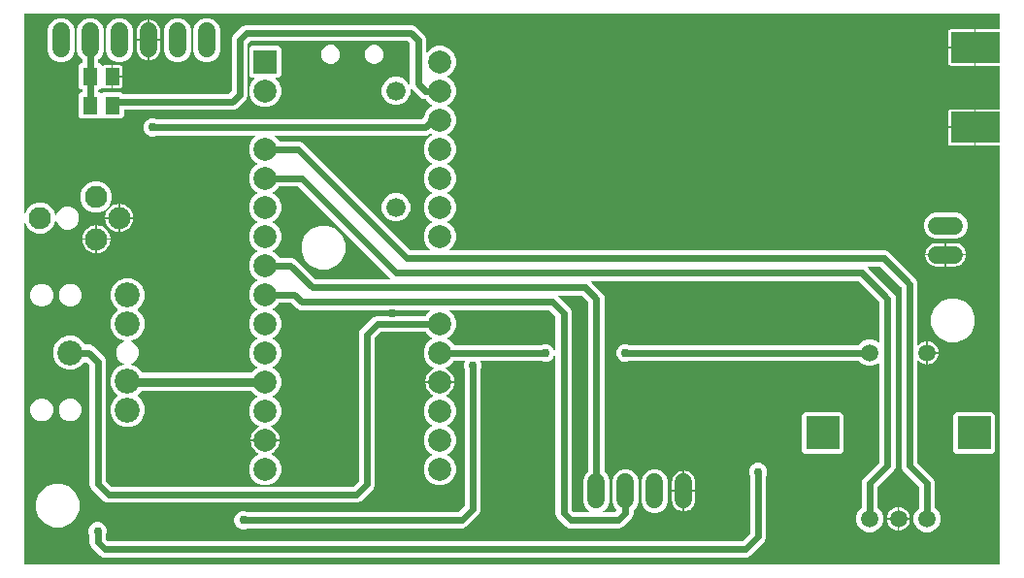
<source format=gbr>
G04 EAGLE Gerber RS-274X export*
G75*
%MOMM*%
%FSLAX34Y34*%
%LPD*%
%INBottom Copper*%
%IPPOS*%
%AMOC8*
5,1,8,0,0,1.08239X$1,22.5*%
G01*
%ADD10C,1.676400*%
%ADD11R,1.300000X1.500000*%
%ADD12R,4.191000X2.667000*%
%ADD13C,1.524000*%
%ADD14C,1.508000*%
%ADD15R,2.850000X2.850000*%
%ADD16C,2.184400*%
%ADD17C,1.930400*%
%ADD18R,2.000000X2.000000*%
%ADD19C,2.000000*%
%ADD20C,0.756400*%
%ADD21C,0.600000*%
%ADD22C,0.800000*%

G36*
X850050Y-369D02*
X850050Y-369D01*
X850101Y-367D01*
X850133Y-349D01*
X850169Y-341D01*
X850208Y-308D01*
X850253Y-284D01*
X850274Y-254D01*
X850302Y-231D01*
X850323Y-184D01*
X850353Y-142D01*
X850361Y-100D01*
X850373Y-72D01*
X850372Y-42D01*
X850380Y0D01*
X850380Y364723D01*
X850369Y364773D01*
X850367Y364824D01*
X850349Y364856D01*
X850341Y364892D01*
X850308Y364931D01*
X850284Y364976D01*
X850254Y364997D01*
X850231Y365025D01*
X850184Y365046D01*
X850142Y365076D01*
X850100Y365084D01*
X850072Y365096D01*
X850042Y365095D01*
X850000Y365103D01*
X829607Y365103D01*
X829607Y380598D01*
X829596Y380648D01*
X829594Y380699D01*
X829576Y380731D01*
X829568Y380767D01*
X829535Y380806D01*
X829511Y380851D01*
X829481Y380872D01*
X829457Y380900D01*
X829411Y380921D01*
X829369Y380951D01*
X829327Y380959D01*
X829299Y380971D01*
X829269Y380970D01*
X829227Y380978D01*
X828845Y380978D01*
X828845Y380980D01*
X829227Y380980D01*
X829277Y380991D01*
X829328Y380993D01*
X829360Y381011D01*
X829396Y381019D01*
X829435Y381052D01*
X829480Y381076D01*
X829501Y381106D01*
X829529Y381130D01*
X829550Y381176D01*
X829580Y381218D01*
X829588Y381260D01*
X829600Y381288D01*
X829599Y381316D01*
X829600Y381318D01*
X829600Y381323D01*
X829607Y381360D01*
X829607Y396855D01*
X850000Y396855D01*
X850050Y396866D01*
X850101Y396868D01*
X850133Y396886D01*
X850169Y396894D01*
X850208Y396927D01*
X850253Y396951D01*
X850274Y396981D01*
X850302Y397004D01*
X850323Y397051D01*
X850353Y397093D01*
X850361Y397135D01*
X850373Y397163D01*
X850372Y397193D01*
X850380Y397235D01*
X850380Y434615D01*
X850369Y434665D01*
X850367Y434716D01*
X850349Y434748D01*
X850341Y434784D01*
X850308Y434823D01*
X850284Y434868D01*
X850254Y434889D01*
X850231Y434917D01*
X850184Y434938D01*
X850142Y434968D01*
X850100Y434976D01*
X850072Y434988D01*
X850042Y434987D01*
X850000Y434995D01*
X829607Y434995D01*
X829607Y450490D01*
X829596Y450540D01*
X829594Y450591D01*
X829576Y450623D01*
X829568Y450659D01*
X829535Y450698D01*
X829511Y450743D01*
X829481Y450764D01*
X829457Y450792D01*
X829411Y450813D01*
X829369Y450843D01*
X829327Y450851D01*
X829299Y450863D01*
X829269Y450862D01*
X829227Y450870D01*
X828845Y450870D01*
X828845Y450872D01*
X829227Y450872D01*
X829277Y450883D01*
X829328Y450885D01*
X829360Y450903D01*
X829396Y450911D01*
X829435Y450944D01*
X829480Y450968D01*
X829501Y450998D01*
X829529Y451022D01*
X829550Y451068D01*
X829580Y451110D01*
X829588Y451152D01*
X829600Y451180D01*
X829599Y451210D01*
X829607Y451252D01*
X829607Y466747D01*
X850000Y466747D01*
X850050Y466758D01*
X850101Y466760D01*
X850133Y466778D01*
X850169Y466786D01*
X850208Y466819D01*
X850253Y466843D01*
X850274Y466873D01*
X850302Y466896D01*
X850323Y466943D01*
X850353Y466985D01*
X850361Y467027D01*
X850373Y467055D01*
X850372Y467085D01*
X850380Y467127D01*
X850380Y480000D01*
X850369Y480050D01*
X850367Y480101D01*
X850349Y480133D01*
X850341Y480169D01*
X850308Y480208D01*
X850284Y480253D01*
X850254Y480274D01*
X850231Y480302D01*
X850184Y480323D01*
X850142Y480353D01*
X850100Y480361D01*
X850072Y480373D01*
X850042Y480372D01*
X850000Y480380D01*
X0Y480380D01*
X-50Y480369D01*
X-101Y480367D01*
X-133Y480349D01*
X-169Y480341D01*
X-208Y480308D01*
X-253Y480284D01*
X-274Y480254D01*
X-302Y480231D01*
X-323Y480184D01*
X-353Y480142D01*
X-361Y480100D01*
X-373Y480072D01*
X-372Y480042D01*
X-380Y480000D01*
X-380Y306471D01*
X-377Y306458D01*
X-379Y306445D01*
X-368Y306407D01*
X-367Y306381D01*
X-354Y306357D01*
X-341Y306302D01*
X-333Y306292D01*
X-329Y306280D01*
X-289Y306237D01*
X-284Y306229D01*
X-275Y306222D01*
X-231Y306168D01*
X-219Y306163D01*
X-210Y306154D01*
X-140Y306128D01*
X-72Y306098D01*
X-59Y306098D01*
X-47Y306094D01*
X26Y306101D01*
X101Y306104D01*
X112Y306110D01*
X125Y306112D01*
X170Y306140D01*
X173Y306141D01*
X181Y306147D01*
X188Y306151D01*
X253Y306187D01*
X260Y306197D01*
X271Y306204D01*
X296Y306242D01*
X307Y306251D01*
X317Y306273D01*
X351Y306325D01*
X1732Y309659D01*
X5573Y313499D01*
X10591Y315578D01*
X16022Y315578D01*
X21040Y313499D01*
X24880Y309659D01*
X26931Y304707D01*
X26946Y304686D01*
X26954Y304662D01*
X26996Y304617D01*
X27032Y304567D01*
X27055Y304554D01*
X27073Y304536D01*
X27131Y304514D01*
X27185Y304485D01*
X27211Y304484D01*
X27235Y304476D01*
X27297Y304482D01*
X27359Y304480D01*
X27382Y304491D01*
X27408Y304494D01*
X27460Y304527D01*
X27516Y304553D01*
X27532Y304573D01*
X27554Y304586D01*
X27602Y304658D01*
X27625Y304687D01*
X27627Y304697D01*
X27634Y304707D01*
X28828Y307590D01*
X31641Y310403D01*
X35317Y311926D01*
X39296Y311926D01*
X42971Y310403D01*
X45784Y307590D01*
X47307Y303914D01*
X47307Y299936D01*
X45784Y296260D01*
X42971Y293447D01*
X39296Y291924D01*
X35317Y291924D01*
X31641Y293447D01*
X28828Y296260D01*
X27634Y299143D01*
X27619Y299164D01*
X27611Y299188D01*
X27569Y299233D01*
X27533Y299283D01*
X27510Y299296D01*
X27492Y299314D01*
X27435Y299336D01*
X27380Y299365D01*
X27354Y299366D01*
X27330Y299374D01*
X27269Y299368D01*
X27207Y299370D01*
X27183Y299359D01*
X27158Y299356D01*
X27106Y299323D01*
X27049Y299297D01*
X27033Y299277D01*
X27011Y299264D01*
X26964Y299192D01*
X26940Y299163D01*
X26938Y299153D01*
X26931Y299143D01*
X24880Y294191D01*
X21040Y290351D01*
X16022Y288272D01*
X10591Y288272D01*
X5573Y290351D01*
X1732Y294191D01*
X351Y297525D01*
X344Y297535D01*
X341Y297548D01*
X299Y297598D01*
X294Y297608D01*
X289Y297612D01*
X250Y297665D01*
X239Y297672D01*
X231Y297682D01*
X163Y297712D01*
X97Y297747D01*
X84Y297747D01*
X72Y297752D01*
X-2Y297750D01*
X-76Y297752D01*
X-88Y297746D01*
X-101Y297746D01*
X-166Y297710D01*
X-233Y297679D01*
X-242Y297669D01*
X-253Y297663D01*
X-296Y297603D01*
X-342Y297545D01*
X-345Y297532D01*
X-353Y297521D01*
X-369Y297438D01*
X-373Y297428D01*
X-373Y297417D01*
X-380Y297379D01*
X-380Y0D01*
X-369Y-50D01*
X-367Y-101D01*
X-349Y-133D01*
X-341Y-169D01*
X-308Y-208D01*
X-284Y-253D01*
X-254Y-274D01*
X-231Y-302D01*
X-184Y-323D01*
X-142Y-353D01*
X-100Y-361D01*
X-72Y-373D01*
X-42Y-372D01*
X0Y-380D01*
X850000Y-380D01*
X850050Y-369D01*
G37*
%LPC*%
G36*
X734704Y27759D02*
X734704Y27759D01*
X730463Y29516D01*
X727216Y32763D01*
X725459Y37004D01*
X725459Y41596D01*
X727216Y45837D01*
X729888Y48509D01*
X729928Y48574D01*
X729972Y48636D01*
X729974Y48648D01*
X729979Y48656D01*
X729983Y48693D01*
X729999Y48778D01*
X729999Y71643D01*
X731065Y74216D01*
X745363Y88513D01*
X745403Y88578D01*
X745447Y88640D01*
X745449Y88652D01*
X745454Y88661D01*
X745458Y88698D01*
X745474Y88782D01*
X745474Y175535D01*
X745468Y175560D01*
X745471Y175586D01*
X745449Y175644D01*
X745435Y175704D01*
X745418Y175724D01*
X745409Y175748D01*
X745364Y175790D01*
X745325Y175838D01*
X745301Y175848D01*
X745282Y175866D01*
X745223Y175883D01*
X745166Y175909D01*
X745141Y175908D01*
X745116Y175915D01*
X745055Y175904D01*
X744993Y175902D01*
X744971Y175890D01*
X744945Y175885D01*
X744874Y175837D01*
X744841Y175819D01*
X744835Y175811D01*
X744825Y175804D01*
X743537Y174516D01*
X739296Y172759D01*
X734704Y172759D01*
X730463Y174516D01*
X727941Y177038D01*
X727876Y177078D01*
X727814Y177122D01*
X727802Y177124D01*
X727794Y177129D01*
X727757Y177133D01*
X727672Y177149D01*
X527387Y177149D01*
X527385Y177149D01*
X527383Y177149D01*
X527241Y177120D01*
X525423Y176367D01*
X522327Y176367D01*
X519466Y177552D01*
X517277Y179741D01*
X516092Y182602D01*
X516092Y185698D01*
X517277Y188559D01*
X519466Y190748D01*
X522327Y191933D01*
X525423Y191933D01*
X527241Y191180D01*
X527243Y191179D01*
X527244Y191178D01*
X527387Y191151D01*
X727372Y191151D01*
X727446Y191168D01*
X727521Y191181D01*
X727531Y191188D01*
X727541Y191190D01*
X727570Y191214D01*
X727641Y191262D01*
X730463Y194084D01*
X734704Y195841D01*
X739296Y195841D01*
X743537Y194084D01*
X744825Y192796D01*
X744847Y192782D01*
X744863Y192762D01*
X744920Y192737D01*
X744972Y192705D01*
X744998Y192702D01*
X745022Y192691D01*
X745083Y192694D01*
X745145Y192688D01*
X745169Y192697D01*
X745195Y192698D01*
X745249Y192728D01*
X745307Y192750D01*
X745324Y192769D01*
X745347Y192781D01*
X745382Y192831D01*
X745424Y192877D01*
X745432Y192901D01*
X745447Y192923D01*
X745463Y193007D01*
X745474Y193043D01*
X745472Y193053D01*
X745474Y193065D01*
X745474Y228718D01*
X745457Y228792D01*
X745444Y228866D01*
X745437Y228877D01*
X745435Y228886D01*
X745411Y228915D01*
X745363Y228987D01*
X727462Y246888D01*
X727397Y246928D01*
X727335Y246972D01*
X727323Y246974D01*
X727314Y246979D01*
X727277Y246983D01*
X727193Y246999D01*
X494069Y246999D01*
X494044Y246993D01*
X494018Y246996D01*
X493961Y246974D01*
X493901Y246960D01*
X493881Y246943D01*
X493857Y246934D01*
X493815Y246889D01*
X493767Y246850D01*
X493756Y246826D01*
X493739Y246807D01*
X493721Y246748D01*
X493696Y246691D01*
X493697Y246666D01*
X493690Y246641D01*
X493700Y246580D01*
X493703Y246518D01*
X493715Y246496D01*
X493719Y246470D01*
X493768Y246399D01*
X493785Y246366D01*
X493793Y246360D01*
X493800Y246350D01*
X494938Y245212D01*
X502387Y237763D01*
X504410Y235741D01*
X505476Y233168D01*
X505476Y80711D01*
X505493Y80637D01*
X505506Y80562D01*
X505513Y80552D01*
X505515Y80542D01*
X505539Y80513D01*
X505587Y80442D01*
X508327Y77703D01*
X510096Y73432D01*
X510096Y53568D01*
X508327Y49297D01*
X505058Y46028D01*
X504584Y45832D01*
X504574Y45825D01*
X504561Y45822D01*
X504503Y45774D01*
X504443Y45731D01*
X504437Y45720D01*
X504427Y45712D01*
X504397Y45644D01*
X504362Y45578D01*
X504362Y45565D01*
X504356Y45553D01*
X504359Y45479D01*
X504357Y45405D01*
X504362Y45393D01*
X504363Y45380D01*
X504398Y45315D01*
X504429Y45248D01*
X504439Y45239D01*
X504446Y45228D01*
X504506Y45185D01*
X504564Y45139D01*
X504577Y45136D01*
X504587Y45128D01*
X504730Y45101D01*
X514468Y45101D01*
X514542Y45118D01*
X514616Y45131D01*
X514627Y45138D01*
X514636Y45140D01*
X514665Y45164D01*
X514737Y45212D01*
X516154Y46629D01*
X516181Y46673D01*
X516215Y46710D01*
X516226Y46745D01*
X516245Y46777D01*
X516250Y46827D01*
X516265Y46876D01*
X516258Y46912D01*
X516262Y46949D01*
X516244Y46997D01*
X516235Y47047D01*
X516211Y47082D01*
X516200Y47111D01*
X516178Y47132D01*
X516154Y47167D01*
X514023Y49297D01*
X512254Y53568D01*
X512254Y73432D01*
X514023Y77703D01*
X517292Y80972D01*
X521563Y82741D01*
X526187Y82741D01*
X530458Y80972D01*
X533727Y77703D01*
X535496Y73432D01*
X535496Y53568D01*
X533727Y49297D01*
X530987Y46558D01*
X530947Y46493D01*
X530903Y46431D01*
X530901Y46419D01*
X530896Y46411D01*
X530892Y46374D01*
X530876Y46289D01*
X530876Y43057D01*
X529810Y40484D01*
X521491Y32165D01*
X518918Y31099D01*
X474857Y31099D01*
X472284Y32165D01*
X463965Y40484D01*
X462899Y43057D01*
X462899Y216018D01*
X462886Y216074D01*
X462886Y216083D01*
X462883Y216088D01*
X462882Y216092D01*
X462869Y216166D01*
X462862Y216177D01*
X462860Y216186D01*
X462836Y216215D01*
X462788Y216287D01*
X457587Y221488D01*
X457522Y221528D01*
X457460Y221572D01*
X457448Y221574D01*
X457439Y221579D01*
X457402Y221583D01*
X457318Y221599D01*
X370619Y221599D01*
X370594Y221593D01*
X370568Y221596D01*
X370510Y221574D01*
X370450Y221560D01*
X370430Y221543D01*
X370406Y221534D01*
X370364Y221489D01*
X370316Y221450D01*
X370306Y221426D01*
X370288Y221407D01*
X370271Y221348D01*
X370245Y221291D01*
X370246Y221266D01*
X370239Y221241D01*
X370250Y221180D01*
X370252Y221118D01*
X370264Y221096D01*
X370269Y221070D01*
X370317Y220999D01*
X370335Y220966D01*
X370343Y220960D01*
X370350Y220950D01*
X373819Y217481D01*
X375951Y212335D01*
X375951Y206765D01*
X373819Y201619D01*
X369881Y197681D01*
X368723Y197201D01*
X368702Y197186D01*
X368678Y197179D01*
X368633Y197136D01*
X368582Y197100D01*
X368570Y197077D01*
X368552Y197060D01*
X368530Y197002D01*
X368501Y196947D01*
X368500Y196922D01*
X368491Y196897D01*
X368498Y196836D01*
X368496Y196774D01*
X368507Y196751D01*
X368510Y196725D01*
X368543Y196673D01*
X368569Y196617D01*
X368589Y196600D01*
X368602Y196579D01*
X368674Y196531D01*
X368703Y196508D01*
X368713Y196505D01*
X368723Y196499D01*
X369881Y196019D01*
X373819Y192081D01*
X374107Y191385D01*
X374144Y191334D01*
X374175Y191278D01*
X374194Y191264D01*
X374208Y191245D01*
X374264Y191215D01*
X374316Y191178D01*
X374343Y191173D01*
X374361Y191163D01*
X374399Y191162D01*
X374459Y191151D01*
X450513Y191151D01*
X450515Y191151D01*
X450517Y191151D01*
X450659Y191180D01*
X452477Y191933D01*
X455573Y191933D01*
X458434Y190748D01*
X460623Y188559D01*
X461808Y185698D01*
X461808Y182602D01*
X460623Y179741D01*
X458434Y177552D01*
X455573Y176367D01*
X452477Y176367D01*
X450659Y177120D01*
X450657Y177121D01*
X450656Y177122D01*
X450513Y177149D01*
X397815Y177149D01*
X397777Y177140D01*
X397739Y177142D01*
X397694Y177121D01*
X397646Y177110D01*
X397616Y177085D01*
X397582Y177069D01*
X397551Y177031D01*
X397513Y177000D01*
X397497Y176964D01*
X397473Y176935D01*
X397462Y176887D01*
X397442Y176841D01*
X397443Y176803D01*
X397435Y176765D01*
X397447Y176706D01*
X397448Y176668D01*
X397458Y176650D01*
X397464Y176623D01*
X398308Y174586D01*
X398308Y171489D01*
X397555Y169671D01*
X397554Y169670D01*
X397553Y169668D01*
X397526Y169526D01*
X397526Y46232D01*
X396460Y43659D01*
X384966Y32165D01*
X382393Y31099D01*
X194012Y31099D01*
X194010Y31099D01*
X194008Y31099D01*
X193866Y31070D01*
X192048Y30317D01*
X188952Y30317D01*
X186091Y31502D01*
X183902Y33691D01*
X182717Y36552D01*
X182717Y39648D01*
X183902Y42509D01*
X186091Y44698D01*
X188952Y45883D01*
X192048Y45883D01*
X193866Y45130D01*
X193868Y45129D01*
X193869Y45128D01*
X194012Y45101D01*
X377943Y45101D01*
X378017Y45118D01*
X378091Y45131D01*
X378102Y45138D01*
X378111Y45140D01*
X378140Y45164D01*
X378212Y45212D01*
X383413Y50413D01*
X383453Y50478D01*
X383497Y50540D01*
X383499Y50552D01*
X383504Y50561D01*
X383508Y50598D01*
X383524Y50682D01*
X383524Y169526D01*
X383524Y169528D01*
X383524Y169529D01*
X383495Y169671D01*
X382742Y171489D01*
X382742Y174586D01*
X383586Y176623D01*
X383593Y176661D01*
X383608Y176697D01*
X383607Y176746D01*
X383615Y176794D01*
X383603Y176831D01*
X383602Y176870D01*
X383578Y176913D01*
X383564Y176960D01*
X383537Y176988D01*
X383519Y177022D01*
X383479Y177050D01*
X383445Y177086D01*
X383409Y177099D01*
X383377Y177122D01*
X383318Y177133D01*
X383282Y177146D01*
X383262Y177144D01*
X383235Y177149D01*
X374459Y177149D01*
X374397Y177135D01*
X374334Y177128D01*
X374313Y177115D01*
X374290Y177110D01*
X374241Y177069D01*
X374187Y177035D01*
X374172Y177013D01*
X374156Y177000D01*
X374141Y176965D01*
X374107Y176915D01*
X373819Y176219D01*
X369881Y172281D01*
X366857Y171028D01*
X366848Y171022D01*
X366838Y171020D01*
X366779Y170972D01*
X366716Y170927D01*
X366711Y170918D01*
X366703Y170911D01*
X366671Y170842D01*
X366635Y170774D01*
X366635Y170764D01*
X366630Y170754D01*
X366632Y170677D01*
X366630Y170601D01*
X366635Y170591D01*
X366635Y170581D01*
X366671Y170513D01*
X366702Y170444D01*
X366711Y170437D01*
X366716Y170427D01*
X366830Y170338D01*
X368523Y169476D01*
X370120Y168316D01*
X371516Y166920D01*
X372676Y165323D01*
X373572Y163564D01*
X374182Y161687D01*
X374491Y159737D01*
X374491Y159511D01*
X362331Y159511D01*
X362281Y159500D01*
X362230Y159498D01*
X362198Y159480D01*
X362162Y159472D01*
X362123Y159439D01*
X362078Y159415D01*
X362057Y159385D01*
X362029Y159362D01*
X362008Y159315D01*
X361979Y159273D01*
X361970Y159231D01*
X361958Y159203D01*
X361959Y159173D01*
X361951Y159131D01*
X361951Y158369D01*
X361963Y158319D01*
X361964Y158268D01*
X361982Y158236D01*
X361990Y158200D01*
X362023Y158161D01*
X362047Y158116D01*
X362077Y158095D01*
X362101Y158067D01*
X362147Y158046D01*
X362189Y158016D01*
X362231Y158008D01*
X362259Y157996D01*
X362289Y157997D01*
X362331Y157989D01*
X374491Y157989D01*
X374491Y157763D01*
X374182Y155813D01*
X373572Y153936D01*
X372676Y152177D01*
X371516Y150580D01*
X370120Y149184D01*
X368523Y148024D01*
X366830Y147162D01*
X366822Y147155D01*
X366812Y147152D01*
X366756Y147099D01*
X366698Y147050D01*
X366693Y147040D01*
X366686Y147033D01*
X366659Y146961D01*
X366629Y146891D01*
X366629Y146880D01*
X366625Y146870D01*
X366633Y146794D01*
X366637Y146718D01*
X366642Y146709D01*
X366644Y146698D01*
X366684Y146633D01*
X366722Y146567D01*
X366731Y146561D01*
X366736Y146552D01*
X366857Y146472D01*
X369881Y145219D01*
X373819Y141281D01*
X375951Y136135D01*
X375951Y130565D01*
X373819Y125419D01*
X369881Y121481D01*
X368723Y121001D01*
X368702Y120986D01*
X368678Y120979D01*
X368633Y120936D01*
X368583Y120900D01*
X368570Y120877D01*
X368552Y120860D01*
X368530Y120802D01*
X368501Y120747D01*
X368500Y120721D01*
X368492Y120697D01*
X368498Y120636D01*
X368496Y120574D01*
X368507Y120551D01*
X368510Y120525D01*
X368543Y120473D01*
X368569Y120417D01*
X368589Y120400D01*
X368602Y120379D01*
X368674Y120331D01*
X368703Y120308D01*
X368713Y120305D01*
X368723Y120299D01*
X369881Y119819D01*
X373819Y115881D01*
X375951Y110735D01*
X375951Y105165D01*
X373819Y100019D01*
X369881Y96081D01*
X368723Y95601D01*
X368702Y95586D01*
X368678Y95579D01*
X368633Y95536D01*
X368583Y95500D01*
X368570Y95477D01*
X368552Y95460D01*
X368530Y95402D01*
X368501Y95347D01*
X368500Y95321D01*
X368492Y95297D01*
X368498Y95236D01*
X368496Y95174D01*
X368507Y95151D01*
X368510Y95125D01*
X368543Y95073D01*
X368569Y95017D01*
X368589Y95000D01*
X368602Y94979D01*
X368674Y94931D01*
X368703Y94908D01*
X368713Y94905D01*
X368723Y94899D01*
X369881Y94419D01*
X373819Y90481D01*
X375951Y85335D01*
X375951Y79765D01*
X373819Y74619D01*
X369881Y70681D01*
X364735Y68549D01*
X359165Y68549D01*
X354019Y70681D01*
X350081Y74619D01*
X347949Y79765D01*
X347949Y85335D01*
X350081Y90481D01*
X354019Y94419D01*
X355177Y94899D01*
X355198Y94914D01*
X355222Y94921D01*
X355267Y94964D01*
X355317Y95000D01*
X355330Y95023D01*
X355348Y95040D01*
X355370Y95098D01*
X355399Y95153D01*
X355400Y95179D01*
X355408Y95203D01*
X355402Y95264D01*
X355404Y95326D01*
X355393Y95349D01*
X355390Y95375D01*
X355357Y95427D01*
X355331Y95483D01*
X355311Y95500D01*
X355298Y95521D01*
X355226Y95569D01*
X355197Y95592D01*
X355187Y95594D01*
X355177Y95601D01*
X354019Y96081D01*
X350081Y100019D01*
X347949Y105165D01*
X347949Y110735D01*
X350081Y115881D01*
X354019Y119819D01*
X355177Y120299D01*
X355198Y120314D01*
X355222Y120321D01*
X355267Y120364D01*
X355317Y120400D01*
X355330Y120423D01*
X355348Y120440D01*
X355370Y120498D01*
X355399Y120553D01*
X355400Y120579D01*
X355408Y120603D01*
X355402Y120664D01*
X355404Y120726D01*
X355393Y120749D01*
X355390Y120775D01*
X355357Y120827D01*
X355331Y120883D01*
X355311Y120900D01*
X355298Y120921D01*
X355226Y120969D01*
X355197Y120992D01*
X355187Y120994D01*
X355177Y121001D01*
X354019Y121481D01*
X350081Y125419D01*
X347949Y130565D01*
X347949Y136135D01*
X350081Y141281D01*
X354019Y145219D01*
X357043Y146472D01*
X357052Y146478D01*
X357062Y146480D01*
X357121Y146528D01*
X357184Y146573D01*
X357189Y146582D01*
X357197Y146589D01*
X357229Y146658D01*
X357265Y146726D01*
X357265Y146736D01*
X357270Y146746D01*
X357268Y146823D01*
X357270Y146899D01*
X357265Y146909D01*
X357265Y146919D01*
X357229Y146987D01*
X357198Y147056D01*
X357189Y147063D01*
X357184Y147073D01*
X357070Y147162D01*
X355377Y148024D01*
X353780Y149184D01*
X352384Y150580D01*
X351224Y152177D01*
X350328Y153936D01*
X349718Y155813D01*
X349409Y157763D01*
X349409Y157989D01*
X361569Y157989D01*
X361619Y158000D01*
X361670Y158002D01*
X361702Y158020D01*
X361738Y158028D01*
X361777Y158061D01*
X361822Y158085D01*
X361843Y158115D01*
X361871Y158138D01*
X361892Y158185D01*
X361921Y158227D01*
X361930Y158269D01*
X361942Y158297D01*
X361941Y158327D01*
X361949Y158369D01*
X361949Y159131D01*
X361937Y159181D01*
X361936Y159232D01*
X361918Y159264D01*
X361910Y159300D01*
X361877Y159339D01*
X361853Y159384D01*
X361823Y159405D01*
X361799Y159433D01*
X361753Y159454D01*
X361711Y159484D01*
X361669Y159492D01*
X361641Y159504D01*
X361611Y159503D01*
X361569Y159511D01*
X349409Y159511D01*
X349409Y159737D01*
X349718Y161687D01*
X350328Y163564D01*
X351224Y165323D01*
X352384Y166920D01*
X353780Y168316D01*
X355377Y169476D01*
X357070Y170338D01*
X357078Y170345D01*
X357088Y170348D01*
X357144Y170401D01*
X357202Y170450D01*
X357207Y170460D01*
X357214Y170467D01*
X357241Y170539D01*
X357271Y170609D01*
X357271Y170620D01*
X357275Y170630D01*
X357267Y170706D01*
X357263Y170782D01*
X357258Y170791D01*
X357256Y170802D01*
X357216Y170867D01*
X357178Y170933D01*
X357169Y170939D01*
X357164Y170948D01*
X357043Y171028D01*
X354019Y172281D01*
X350081Y176219D01*
X347949Y181365D01*
X347949Y186935D01*
X350081Y192081D01*
X354019Y196019D01*
X355177Y196499D01*
X355198Y196514D01*
X355222Y196521D01*
X355267Y196564D01*
X355318Y196600D01*
X355330Y196622D01*
X355348Y196640D01*
X355370Y196698D01*
X355399Y196753D01*
X355400Y196779D01*
X355409Y196803D01*
X355402Y196864D01*
X355404Y196926D01*
X355393Y196949D01*
X355390Y196975D01*
X355357Y197027D01*
X355331Y197083D01*
X355311Y197100D01*
X355298Y197121D01*
X355226Y197169D01*
X355197Y197192D01*
X355187Y197194D01*
X355177Y197201D01*
X354019Y197681D01*
X350081Y201619D01*
X349793Y202315D01*
X349756Y202366D01*
X349725Y202422D01*
X349706Y202436D01*
X349692Y202455D01*
X349636Y202485D01*
X349584Y202522D01*
X349557Y202527D01*
X349539Y202537D01*
X349501Y202538D01*
X349441Y202549D01*
X311032Y202549D01*
X310958Y202532D01*
X310884Y202519D01*
X310873Y202512D01*
X310864Y202510D01*
X310835Y202486D01*
X310763Y202438D01*
X305562Y197237D01*
X305549Y197215D01*
X305530Y197200D01*
X305510Y197156D01*
X305478Y197110D01*
X305476Y197098D01*
X305471Y197089D01*
X305468Y197061D01*
X305460Y197042D01*
X305460Y197018D01*
X305451Y196968D01*
X305451Y68457D01*
X304385Y65884D01*
X292891Y54390D01*
X290318Y53324D01*
X71632Y53324D01*
X69059Y54390D01*
X57565Y65884D01*
X56499Y68457D01*
X56499Y173393D01*
X56486Y173449D01*
X56484Y173495D01*
X56474Y173514D01*
X56469Y173541D01*
X56462Y173552D01*
X56460Y173561D01*
X56436Y173590D01*
X56418Y173618D01*
X56402Y173647D01*
X56394Y173652D01*
X56388Y173662D01*
X53224Y176826D01*
X53191Y176846D01*
X53165Y176874D01*
X53118Y176891D01*
X53076Y176917D01*
X53038Y176921D01*
X53002Y176934D01*
X52953Y176929D01*
X52904Y176934D01*
X52868Y176920D01*
X52830Y176916D01*
X52788Y176890D01*
X52742Y176872D01*
X52716Y176844D01*
X52683Y176823D01*
X52650Y176773D01*
X52624Y176745D01*
X52618Y176725D01*
X52603Y176702D01*
X52301Y175972D01*
X48103Y171774D01*
X42618Y169502D01*
X36682Y169502D01*
X31197Y171774D01*
X26999Y175972D01*
X24727Y181457D01*
X24727Y187393D01*
X26999Y192878D01*
X31197Y197076D01*
X36682Y199348D01*
X42618Y199348D01*
X48103Y197076D01*
X52301Y192878D01*
X52805Y191660D01*
X52842Y191609D01*
X52873Y191553D01*
X52892Y191539D01*
X52906Y191520D01*
X52962Y191490D01*
X53014Y191453D01*
X53041Y191448D01*
X53059Y191438D01*
X53097Y191437D01*
X53157Y191426D01*
X56918Y191426D01*
X59491Y190360D01*
X69435Y180416D01*
X70501Y177843D01*
X70501Y72907D01*
X70518Y72833D01*
X70531Y72759D01*
X70538Y72748D01*
X70540Y72739D01*
X70564Y72710D01*
X70612Y72638D01*
X75813Y67437D01*
X75878Y67397D01*
X75940Y67353D01*
X75952Y67351D01*
X75961Y67346D01*
X75998Y67342D01*
X76082Y67326D01*
X285868Y67326D01*
X285942Y67343D01*
X286016Y67356D01*
X286027Y67363D01*
X286036Y67365D01*
X286065Y67389D01*
X286137Y67437D01*
X291338Y72638D01*
X291378Y72703D01*
X291422Y72765D01*
X291424Y72777D01*
X291429Y72786D01*
X291433Y72823D01*
X291449Y72907D01*
X291449Y201418D01*
X292515Y203991D01*
X304009Y215485D01*
X306582Y216551D01*
X349441Y216551D01*
X349503Y216565D01*
X349566Y216572D01*
X349587Y216585D01*
X349610Y216590D01*
X349659Y216631D01*
X349713Y216665D01*
X349728Y216687D01*
X349744Y216700D01*
X349759Y216735D01*
X349793Y216785D01*
X350081Y217481D01*
X353550Y220950D01*
X353564Y220972D01*
X353584Y220988D01*
X353609Y221045D01*
X353642Y221097D01*
X353644Y221123D01*
X353655Y221147D01*
X353652Y221208D01*
X353658Y221270D01*
X353649Y221294D01*
X353648Y221320D01*
X353618Y221374D01*
X353596Y221432D01*
X353578Y221449D01*
X353565Y221472D01*
X353515Y221507D01*
X353469Y221549D01*
X353445Y221557D01*
X353424Y221572D01*
X353339Y221588D01*
X353303Y221599D01*
X353293Y221597D01*
X353281Y221599D01*
X239907Y221599D01*
X237334Y222665D01*
X232162Y227838D01*
X232097Y227878D01*
X232035Y227922D01*
X232023Y227924D01*
X232014Y227929D01*
X231977Y227933D01*
X231893Y227949D01*
X222059Y227949D01*
X221997Y227935D01*
X221934Y227928D01*
X221913Y227915D01*
X221890Y227910D01*
X221841Y227869D01*
X221787Y227835D01*
X221772Y227813D01*
X221756Y227800D01*
X221741Y227765D01*
X221707Y227715D01*
X221419Y227019D01*
X217481Y223081D01*
X216323Y222601D01*
X216302Y222586D01*
X216278Y222579D01*
X216233Y222536D01*
X216182Y222500D01*
X216170Y222478D01*
X216152Y222460D01*
X216130Y222402D01*
X216101Y222347D01*
X216100Y222321D01*
X216091Y222297D01*
X216098Y222236D01*
X216096Y222174D01*
X216107Y222151D01*
X216110Y222125D01*
X216143Y222073D01*
X216169Y222017D01*
X216189Y222000D01*
X216202Y221979D01*
X216274Y221931D01*
X216303Y221908D01*
X216313Y221906D01*
X216323Y221899D01*
X217481Y221419D01*
X221419Y217481D01*
X223551Y212335D01*
X223551Y206765D01*
X221419Y201619D01*
X217481Y197681D01*
X216323Y197201D01*
X216302Y197186D01*
X216278Y197179D01*
X216233Y197136D01*
X216183Y197100D01*
X216170Y197077D01*
X216152Y197060D01*
X216130Y197002D01*
X216101Y196947D01*
X216100Y196921D01*
X216092Y196897D01*
X216098Y196836D01*
X216096Y196774D01*
X216107Y196751D01*
X216110Y196725D01*
X216143Y196673D01*
X216169Y196617D01*
X216189Y196600D01*
X216202Y196579D01*
X216274Y196531D01*
X216303Y196508D01*
X216313Y196506D01*
X216323Y196499D01*
X217481Y196019D01*
X221419Y192081D01*
X223551Y186935D01*
X223551Y181365D01*
X221419Y176219D01*
X217481Y172281D01*
X216323Y171801D01*
X216302Y171786D01*
X216278Y171779D01*
X216233Y171736D01*
X216183Y171700D01*
X216170Y171677D01*
X216152Y171660D01*
X216130Y171602D01*
X216101Y171547D01*
X216100Y171521D01*
X216092Y171497D01*
X216098Y171436D01*
X216096Y171374D01*
X216107Y171351D01*
X216110Y171325D01*
X216143Y171273D01*
X216169Y171217D01*
X216189Y171200D01*
X216202Y171179D01*
X216274Y171131D01*
X216303Y171108D01*
X216313Y171106D01*
X216323Y171099D01*
X217481Y170619D01*
X221419Y166681D01*
X223551Y161535D01*
X223551Y155965D01*
X221419Y150819D01*
X217481Y146881D01*
X216323Y146401D01*
X216302Y146386D01*
X216278Y146379D01*
X216233Y146336D01*
X216183Y146300D01*
X216170Y146277D01*
X216152Y146260D01*
X216130Y146202D01*
X216101Y146147D01*
X216100Y146121D01*
X216092Y146097D01*
X216098Y146036D01*
X216096Y145974D01*
X216107Y145951D01*
X216110Y145925D01*
X216143Y145873D01*
X216169Y145817D01*
X216189Y145800D01*
X216202Y145779D01*
X216274Y145731D01*
X216303Y145708D01*
X216313Y145706D01*
X216323Y145699D01*
X217481Y145219D01*
X221419Y141281D01*
X223551Y136135D01*
X223551Y130565D01*
X221419Y125419D01*
X217481Y121481D01*
X214457Y120228D01*
X214448Y120222D01*
X214438Y120220D01*
X214379Y120172D01*
X214316Y120127D01*
X214311Y120118D01*
X214303Y120111D01*
X214271Y120042D01*
X214235Y119974D01*
X214235Y119964D01*
X214230Y119954D01*
X214232Y119878D01*
X214230Y119801D01*
X214235Y119791D01*
X214235Y119781D01*
X214271Y119713D01*
X214303Y119644D01*
X214311Y119637D01*
X214316Y119627D01*
X214430Y119538D01*
X216123Y118676D01*
X217720Y117516D01*
X219116Y116120D01*
X220276Y114523D01*
X221172Y112764D01*
X221782Y110887D01*
X222091Y108937D01*
X222091Y108711D01*
X209931Y108711D01*
X209881Y108700D01*
X209830Y108698D01*
X209798Y108680D01*
X209762Y108672D01*
X209723Y108639D01*
X209678Y108615D01*
X209657Y108585D01*
X209629Y108562D01*
X209608Y108515D01*
X209579Y108473D01*
X209570Y108431D01*
X209558Y108403D01*
X209559Y108373D01*
X209551Y108331D01*
X209551Y107569D01*
X209563Y107519D01*
X209564Y107468D01*
X209582Y107436D01*
X209590Y107400D01*
X209623Y107361D01*
X209647Y107316D01*
X209677Y107295D01*
X209701Y107267D01*
X209747Y107246D01*
X209789Y107216D01*
X209831Y107208D01*
X209859Y107196D01*
X209889Y107197D01*
X209931Y107189D01*
X222091Y107189D01*
X222091Y106963D01*
X221782Y105013D01*
X221172Y103136D01*
X220276Y101377D01*
X219116Y99780D01*
X217720Y98384D01*
X216123Y97224D01*
X214430Y96362D01*
X214422Y96355D01*
X214412Y96352D01*
X214356Y96299D01*
X214298Y96250D01*
X214293Y96240D01*
X214286Y96233D01*
X214259Y96161D01*
X214229Y96091D01*
X214229Y96080D01*
X214225Y96070D01*
X214233Y95994D01*
X214237Y95918D01*
X214243Y95909D01*
X214244Y95898D01*
X214284Y95833D01*
X214322Y95767D01*
X214331Y95761D01*
X214336Y95752D01*
X214457Y95672D01*
X217481Y94419D01*
X221419Y90481D01*
X223551Y85335D01*
X223551Y79765D01*
X221419Y74619D01*
X217481Y70681D01*
X212335Y68549D01*
X206765Y68549D01*
X201619Y70681D01*
X197681Y74619D01*
X195549Y79765D01*
X195549Y85335D01*
X197681Y90481D01*
X201619Y94419D01*
X204643Y95672D01*
X204652Y95678D01*
X204662Y95680D01*
X204721Y95728D01*
X204784Y95773D01*
X204789Y95782D01*
X204797Y95789D01*
X204829Y95858D01*
X204865Y95926D01*
X204865Y95936D01*
X204870Y95946D01*
X204868Y96022D01*
X204870Y96099D01*
X204865Y96109D01*
X204865Y96119D01*
X204829Y96187D01*
X204797Y96256D01*
X204789Y96263D01*
X204784Y96273D01*
X204670Y96362D01*
X202977Y97224D01*
X201380Y98384D01*
X199984Y99780D01*
X198824Y101377D01*
X197928Y103136D01*
X197318Y105013D01*
X197009Y106963D01*
X197009Y107189D01*
X209169Y107189D01*
X209219Y107200D01*
X209270Y107202D01*
X209302Y107220D01*
X209338Y107228D01*
X209377Y107261D01*
X209422Y107285D01*
X209443Y107315D01*
X209471Y107338D01*
X209492Y107385D01*
X209521Y107427D01*
X209530Y107469D01*
X209542Y107497D01*
X209541Y107527D01*
X209549Y107569D01*
X209549Y108331D01*
X209537Y108381D01*
X209536Y108432D01*
X209518Y108464D01*
X209510Y108500D01*
X209477Y108539D01*
X209453Y108584D01*
X209423Y108605D01*
X209399Y108633D01*
X209353Y108654D01*
X209311Y108684D01*
X209269Y108692D01*
X209241Y108704D01*
X209211Y108703D01*
X209169Y108711D01*
X197009Y108711D01*
X197009Y108937D01*
X197318Y110887D01*
X197928Y112764D01*
X198824Y114523D01*
X199984Y116120D01*
X201380Y117516D01*
X202977Y118676D01*
X204670Y119538D01*
X204678Y119545D01*
X204688Y119548D01*
X204744Y119601D01*
X204802Y119650D01*
X204807Y119660D01*
X204814Y119667D01*
X204841Y119739D01*
X204871Y119809D01*
X204871Y119820D01*
X204875Y119830D01*
X204867Y119906D01*
X204863Y119982D01*
X204857Y119991D01*
X204856Y120002D01*
X204816Y120067D01*
X204778Y120133D01*
X204769Y120139D01*
X204764Y120148D01*
X204643Y120228D01*
X201619Y121481D01*
X197681Y125419D01*
X195549Y130565D01*
X195549Y136135D01*
X197681Y141281D01*
X201619Y145219D01*
X202777Y145699D01*
X202798Y145714D01*
X202822Y145721D01*
X202867Y145764D01*
X202917Y145800D01*
X202930Y145823D01*
X202948Y145840D01*
X202970Y145898D01*
X202999Y145953D01*
X203000Y145979D01*
X203008Y146003D01*
X203002Y146064D01*
X203004Y146126D01*
X202993Y146149D01*
X202990Y146175D01*
X202957Y146227D01*
X202931Y146283D01*
X202911Y146300D01*
X202898Y146321D01*
X202826Y146369D01*
X202797Y146392D01*
X202787Y146395D01*
X202777Y146401D01*
X201619Y146881D01*
X197862Y150638D01*
X197797Y150678D01*
X197735Y150722D01*
X197723Y150724D01*
X197715Y150729D01*
X197678Y150733D01*
X197593Y150749D01*
X102236Y150749D01*
X102162Y150732D01*
X102087Y150719D01*
X102077Y150712D01*
X102067Y150710D01*
X102038Y150686D01*
X101967Y150638D01*
X98523Y147194D01*
X98496Y147151D01*
X98461Y147113D01*
X98451Y147078D01*
X98431Y147047D01*
X98427Y146996D01*
X98412Y146947D01*
X98418Y146911D01*
X98415Y146874D01*
X98433Y146827D01*
X98442Y146776D01*
X98466Y146741D01*
X98476Y146712D01*
X98499Y146691D01*
X98523Y146656D01*
X102301Y142878D01*
X104573Y137393D01*
X104573Y131457D01*
X102301Y125972D01*
X98103Y121774D01*
X92618Y119502D01*
X86682Y119502D01*
X81197Y121774D01*
X76999Y125972D01*
X74727Y131457D01*
X74727Y137393D01*
X76999Y142878D01*
X80777Y146656D01*
X80804Y146699D01*
X80839Y146737D01*
X80849Y146772D01*
X80869Y146803D01*
X80873Y146854D01*
X80888Y146903D01*
X80882Y146939D01*
X80885Y146976D01*
X80867Y147024D01*
X80858Y147074D01*
X80834Y147109D01*
X80824Y147138D01*
X80801Y147159D01*
X80777Y147194D01*
X76999Y150972D01*
X74727Y156457D01*
X74727Y162393D01*
X76999Y167878D01*
X81197Y172076D01*
X86415Y174237D01*
X86436Y174252D01*
X86461Y174260D01*
X86506Y174302D01*
X86556Y174338D01*
X86568Y174361D01*
X86587Y174379D01*
X86609Y174437D01*
X86638Y174491D01*
X86638Y174517D01*
X86647Y174541D01*
X86641Y174603D01*
X86643Y174665D01*
X86632Y174688D01*
X86629Y174714D01*
X86596Y174766D01*
X86570Y174822D01*
X86550Y174838D01*
X86536Y174860D01*
X86464Y174908D01*
X86436Y174931D01*
X86426Y174933D01*
X86415Y174940D01*
X83985Y175947D01*
X81172Y178760D01*
X79649Y182436D01*
X79649Y186414D01*
X81172Y190090D01*
X83985Y192903D01*
X86415Y193910D01*
X86436Y193925D01*
X86461Y193933D01*
X86506Y193975D01*
X86556Y194011D01*
X86568Y194034D01*
X86587Y194051D01*
X86609Y194109D01*
X86638Y194164D01*
X86638Y194190D01*
X86647Y194214D01*
X86641Y194275D01*
X86643Y194337D01*
X86632Y194361D01*
X86629Y194386D01*
X86596Y194438D01*
X86570Y194495D01*
X86550Y194511D01*
X86536Y194533D01*
X86464Y194580D01*
X86436Y194604D01*
X86426Y194606D01*
X86415Y194613D01*
X81197Y196774D01*
X76999Y200972D01*
X74727Y206457D01*
X74727Y212393D01*
X76999Y217878D01*
X80777Y221656D01*
X80804Y221699D01*
X80839Y221737D01*
X80849Y221772D01*
X80869Y221803D01*
X80873Y221854D01*
X80888Y221903D01*
X80882Y221939D01*
X80885Y221976D01*
X80867Y222023D01*
X80858Y222074D01*
X80834Y222109D01*
X80824Y222138D01*
X80801Y222159D01*
X80777Y222194D01*
X76999Y225972D01*
X74727Y231457D01*
X74727Y237393D01*
X76999Y242878D01*
X81197Y247076D01*
X86682Y249348D01*
X92618Y249348D01*
X98103Y247076D01*
X102301Y242878D01*
X104573Y237393D01*
X104573Y231457D01*
X102301Y225972D01*
X98523Y222194D01*
X98496Y222151D01*
X98461Y222113D01*
X98451Y222078D01*
X98431Y222047D01*
X98427Y221996D01*
X98412Y221947D01*
X98418Y221911D01*
X98415Y221874D01*
X98433Y221826D01*
X98442Y221776D01*
X98466Y221741D01*
X98476Y221712D01*
X98499Y221691D01*
X98523Y221656D01*
X102301Y217878D01*
X104573Y212393D01*
X104573Y206457D01*
X102301Y200972D01*
X98103Y196774D01*
X92885Y194613D01*
X92864Y194598D01*
X92839Y194590D01*
X92794Y194548D01*
X92744Y194512D01*
X92732Y194489D01*
X92713Y194471D01*
X92691Y194413D01*
X92662Y194359D01*
X92662Y194333D01*
X92653Y194309D01*
X92659Y194247D01*
X92657Y194185D01*
X92668Y194162D01*
X92671Y194136D01*
X92704Y194084D01*
X92730Y194028D01*
X92750Y194012D01*
X92764Y193990D01*
X92836Y193942D01*
X92864Y193919D01*
X92874Y193917D01*
X92885Y193910D01*
X95315Y192903D01*
X98128Y190090D01*
X99651Y186414D01*
X99651Y182436D01*
X98128Y178760D01*
X95315Y175947D01*
X92885Y174940D01*
X92864Y174925D01*
X92839Y174917D01*
X92794Y174875D01*
X92744Y174839D01*
X92732Y174816D01*
X92713Y174799D01*
X92691Y174741D01*
X92662Y174686D01*
X92662Y174660D01*
X92653Y174636D01*
X92659Y174575D01*
X92657Y174513D01*
X92668Y174489D01*
X92671Y174464D01*
X92704Y174412D01*
X92730Y174355D01*
X92750Y174339D01*
X92764Y174317D01*
X92836Y174270D01*
X92864Y174246D01*
X92874Y174244D01*
X92885Y174237D01*
X98103Y172076D01*
X102301Y167878D01*
X102671Y166985D01*
X102708Y166934D01*
X102738Y166878D01*
X102758Y166864D01*
X102772Y166845D01*
X102828Y166815D01*
X102880Y166778D01*
X102906Y166773D01*
X102925Y166763D01*
X102962Y166762D01*
X103022Y166751D01*
X197593Y166751D01*
X197667Y166768D01*
X197742Y166781D01*
X197752Y166788D01*
X197762Y166790D01*
X197791Y166814D01*
X197862Y166862D01*
X201619Y170619D01*
X202777Y171099D01*
X202798Y171114D01*
X202822Y171121D01*
X202867Y171164D01*
X202917Y171200D01*
X202930Y171223D01*
X202948Y171240D01*
X202970Y171298D01*
X202999Y171353D01*
X203000Y171379D01*
X203008Y171403D01*
X203002Y171464D01*
X203004Y171526D01*
X202993Y171549D01*
X202990Y171575D01*
X202957Y171627D01*
X202931Y171683D01*
X202911Y171700D01*
X202898Y171721D01*
X202826Y171769D01*
X202797Y171792D01*
X202787Y171795D01*
X202777Y171801D01*
X201619Y172281D01*
X197681Y176219D01*
X195549Y181365D01*
X195549Y186935D01*
X197681Y192081D01*
X201619Y196019D01*
X202777Y196499D01*
X202798Y196514D01*
X202822Y196521D01*
X202867Y196564D01*
X202917Y196600D01*
X202930Y196623D01*
X202948Y196640D01*
X202970Y196698D01*
X202999Y196753D01*
X203000Y196779D01*
X203008Y196803D01*
X203002Y196864D01*
X203004Y196926D01*
X202993Y196949D01*
X202990Y196975D01*
X202957Y197027D01*
X202931Y197083D01*
X202911Y197100D01*
X202898Y197121D01*
X202826Y197169D01*
X202797Y197192D01*
X202787Y197195D01*
X202777Y197201D01*
X201619Y197681D01*
X197681Y201619D01*
X195549Y206765D01*
X195549Y212335D01*
X197681Y217481D01*
X201619Y221419D01*
X202777Y221899D01*
X202798Y221914D01*
X202822Y221921D01*
X202867Y221964D01*
X202918Y222000D01*
X202930Y222023D01*
X202948Y222040D01*
X202970Y222098D01*
X202999Y222153D01*
X203000Y222178D01*
X203009Y222203D01*
X203002Y222264D01*
X203004Y222326D01*
X202993Y222349D01*
X202990Y222375D01*
X202957Y222427D01*
X202931Y222483D01*
X202911Y222500D01*
X202898Y222521D01*
X202826Y222569D01*
X202797Y222592D01*
X202787Y222595D01*
X202777Y222601D01*
X201619Y223081D01*
X197681Y227019D01*
X195549Y232165D01*
X195549Y237735D01*
X197681Y242881D01*
X201619Y246819D01*
X202777Y247299D01*
X202798Y247314D01*
X202822Y247321D01*
X202867Y247364D01*
X202918Y247400D01*
X202930Y247423D01*
X202948Y247440D01*
X202970Y247498D01*
X202999Y247553D01*
X203000Y247578D01*
X203009Y247603D01*
X203002Y247664D01*
X203004Y247726D01*
X202993Y247749D01*
X202990Y247775D01*
X202957Y247827D01*
X202931Y247883D01*
X202911Y247900D01*
X202898Y247921D01*
X202826Y247969D01*
X202797Y247992D01*
X202787Y247995D01*
X202777Y248001D01*
X201619Y248481D01*
X197681Y252419D01*
X195549Y257565D01*
X195549Y263135D01*
X197681Y268281D01*
X201619Y272219D01*
X202777Y272699D01*
X202798Y272714D01*
X202822Y272721D01*
X202867Y272764D01*
X202918Y272800D01*
X202930Y272823D01*
X202948Y272840D01*
X202970Y272898D01*
X202999Y272953D01*
X203000Y272978D01*
X203009Y273003D01*
X203002Y273064D01*
X203004Y273126D01*
X202993Y273149D01*
X202990Y273175D01*
X202957Y273227D01*
X202931Y273283D01*
X202911Y273300D01*
X202898Y273321D01*
X202826Y273369D01*
X202797Y273392D01*
X202787Y273395D01*
X202777Y273401D01*
X201619Y273881D01*
X197681Y277819D01*
X195549Y282965D01*
X195549Y288535D01*
X197681Y293681D01*
X201619Y297619D01*
X202777Y298099D01*
X202798Y298114D01*
X202822Y298121D01*
X202867Y298164D01*
X202918Y298200D01*
X202930Y298223D01*
X202948Y298240D01*
X202970Y298298D01*
X202999Y298353D01*
X203000Y298378D01*
X203009Y298403D01*
X203002Y298464D01*
X203004Y298526D01*
X202993Y298549D01*
X202990Y298575D01*
X202957Y298627D01*
X202931Y298683D01*
X202911Y298700D01*
X202898Y298721D01*
X202826Y298769D01*
X202797Y298792D01*
X202787Y298795D01*
X202777Y298801D01*
X201619Y299281D01*
X197681Y303219D01*
X195549Y308365D01*
X195549Y313935D01*
X197681Y319081D01*
X201619Y323019D01*
X202777Y323499D01*
X202798Y323514D01*
X202822Y323521D01*
X202867Y323564D01*
X202918Y323600D01*
X202930Y323623D01*
X202948Y323640D01*
X202970Y323698D01*
X202999Y323753D01*
X203000Y323778D01*
X203009Y323803D01*
X203002Y323864D01*
X203004Y323926D01*
X202993Y323949D01*
X202990Y323975D01*
X202957Y324027D01*
X202931Y324083D01*
X202911Y324100D01*
X202898Y324121D01*
X202826Y324169D01*
X202797Y324192D01*
X202787Y324195D01*
X202777Y324201D01*
X201619Y324681D01*
X197681Y328619D01*
X195549Y333765D01*
X195549Y339335D01*
X197681Y344481D01*
X201619Y348419D01*
X202777Y348899D01*
X202798Y348914D01*
X202822Y348921D01*
X202867Y348964D01*
X202918Y349000D01*
X202930Y349023D01*
X202948Y349040D01*
X202970Y349098D01*
X202999Y349153D01*
X203000Y349178D01*
X203009Y349203D01*
X203002Y349264D01*
X203004Y349326D01*
X202993Y349349D01*
X202990Y349375D01*
X202957Y349427D01*
X202931Y349483D01*
X202911Y349500D01*
X202898Y349521D01*
X202826Y349569D01*
X202797Y349592D01*
X202787Y349595D01*
X202777Y349601D01*
X201619Y350081D01*
X197681Y354019D01*
X195549Y359165D01*
X195549Y364735D01*
X197681Y369881D01*
X201150Y373350D01*
X201164Y373372D01*
X201184Y373388D01*
X201209Y373445D01*
X201242Y373497D01*
X201244Y373523D01*
X201255Y373547D01*
X201252Y373608D01*
X201258Y373670D01*
X201249Y373694D01*
X201248Y373720D01*
X201218Y373774D01*
X201196Y373832D01*
X201178Y373849D01*
X201165Y373872D01*
X201115Y373907D01*
X201069Y373949D01*
X201045Y373957D01*
X201024Y373972D01*
X200939Y373988D01*
X200903Y373999D01*
X200893Y373997D01*
X200881Y373999D01*
X114637Y373999D01*
X114635Y373999D01*
X114633Y373999D01*
X114491Y373970D01*
X112673Y373217D01*
X109577Y373217D01*
X106716Y374402D01*
X104527Y376591D01*
X103342Y379452D01*
X103342Y382548D01*
X104527Y385409D01*
X106716Y387598D01*
X109577Y388783D01*
X112673Y388783D01*
X114491Y388030D01*
X114493Y388029D01*
X114494Y388028D01*
X114637Y388001D01*
X346193Y388001D01*
X346267Y388018D01*
X346341Y388031D01*
X346352Y388038D01*
X346361Y388040D01*
X346390Y388064D01*
X346462Y388112D01*
X347838Y389488D01*
X347851Y389510D01*
X347870Y389526D01*
X347891Y389571D01*
X347922Y389615D01*
X347924Y389627D01*
X347929Y389636D01*
X347932Y389663D01*
X347941Y389684D01*
X347940Y389711D01*
X347949Y389757D01*
X347949Y390135D01*
X350081Y395281D01*
X354019Y399219D01*
X355177Y399699D01*
X355198Y399714D01*
X355222Y399721D01*
X355267Y399764D01*
X355318Y399800D01*
X355330Y399822D01*
X355348Y399840D01*
X355370Y399898D01*
X355399Y399953D01*
X355400Y399979D01*
X355409Y400003D01*
X355402Y400064D01*
X355404Y400126D01*
X355393Y400149D01*
X355390Y400175D01*
X355357Y400227D01*
X355331Y400283D01*
X355311Y400300D01*
X355298Y400321D01*
X355226Y400369D01*
X355197Y400392D01*
X355187Y400394D01*
X355177Y400401D01*
X354019Y400881D01*
X350081Y404819D01*
X349793Y405515D01*
X349756Y405566D01*
X349725Y405622D01*
X349706Y405636D01*
X349692Y405655D01*
X349636Y405685D01*
X349584Y405722D01*
X349557Y405727D01*
X349539Y405737D01*
X349501Y405738D01*
X349441Y405749D01*
X347857Y405749D01*
X345284Y406815D01*
X336965Y415134D01*
X336964Y415136D01*
X336957Y415147D01*
X336954Y415160D01*
X336907Y415217D01*
X336863Y415277D01*
X336852Y415283D01*
X336844Y415293D01*
X336776Y415324D01*
X336710Y415358D01*
X336697Y415359D01*
X336685Y415364D01*
X336611Y415361D01*
X336537Y415363D01*
X336525Y415358D01*
X336512Y415358D01*
X336447Y415322D01*
X336380Y415291D01*
X336372Y415281D01*
X336360Y415275D01*
X336318Y415214D01*
X336271Y415156D01*
X336268Y415144D01*
X336260Y415133D01*
X336233Y414991D01*
X336233Y410287D01*
X334348Y405736D01*
X330864Y402252D01*
X326313Y400367D01*
X321387Y400367D01*
X316836Y402252D01*
X313352Y405736D01*
X311467Y410287D01*
X311467Y415213D01*
X313352Y419764D01*
X316836Y423248D01*
X321387Y425133D01*
X326313Y425133D01*
X330864Y423248D01*
X334348Y419764D01*
X335168Y417784D01*
X335175Y417774D01*
X335178Y417761D01*
X335225Y417704D01*
X335269Y417643D01*
X335280Y417637D01*
X335288Y417627D01*
X335356Y417597D01*
X335422Y417562D01*
X335435Y417562D01*
X335447Y417556D01*
X335521Y417559D01*
X335595Y417557D01*
X335607Y417563D01*
X335620Y417563D01*
X335685Y417598D01*
X335752Y417630D01*
X335761Y417640D01*
X335772Y417646D01*
X335814Y417706D01*
X335861Y417764D01*
X335864Y417777D01*
X335872Y417788D01*
X335899Y417930D01*
X335899Y454143D01*
X335882Y454217D01*
X335869Y454291D01*
X335862Y454302D01*
X335860Y454311D01*
X335836Y454340D01*
X335788Y454412D01*
X333762Y456438D01*
X333697Y456478D01*
X333635Y456522D01*
X333623Y456524D01*
X333614Y456529D01*
X333577Y456533D01*
X333493Y456549D01*
X196732Y456549D01*
X196658Y456532D01*
X196584Y456519D01*
X196573Y456512D01*
X196564Y456510D01*
X196535Y456486D01*
X196463Y456438D01*
X194437Y454412D01*
X194397Y454347D01*
X194353Y454285D01*
X194351Y454273D01*
X194346Y454264D01*
X194342Y454227D01*
X194326Y454143D01*
X194326Y408182D01*
X193260Y405609D01*
X191237Y403587D01*
X184941Y397290D01*
X182368Y396224D01*
X87056Y396224D01*
X87006Y396213D01*
X86955Y396211D01*
X86923Y396193D01*
X86887Y396185D01*
X86848Y396152D01*
X86803Y396128D01*
X86782Y396098D01*
X86754Y396075D01*
X86733Y396028D01*
X86703Y395986D01*
X86695Y395944D01*
X86683Y395916D01*
X86683Y395913D01*
X86684Y395885D01*
X86676Y395844D01*
X86676Y390893D01*
X84332Y388549D01*
X68018Y388549D01*
X66944Y389623D01*
X66901Y389650D01*
X66863Y389685D01*
X66828Y389695D01*
X66797Y389715D01*
X66746Y389719D01*
X66697Y389734D01*
X66661Y389728D01*
X66624Y389731D01*
X66577Y389713D01*
X66526Y389704D01*
X66491Y389680D01*
X66462Y389670D01*
X66441Y389647D01*
X66406Y389623D01*
X65332Y388549D01*
X49018Y388549D01*
X46674Y390893D01*
X46674Y409207D01*
X49018Y411551D01*
X49794Y411551D01*
X49844Y411562D01*
X49895Y411564D01*
X49927Y411582D01*
X49963Y411590D01*
X50002Y411623D01*
X50047Y411647D01*
X50068Y411677D01*
X50096Y411700D01*
X50117Y411747D01*
X50147Y411789D01*
X50155Y411831D01*
X50167Y411859D01*
X50166Y411889D01*
X50174Y411931D01*
X50174Y413569D01*
X50163Y413619D01*
X50161Y413670D01*
X50143Y413702D01*
X50135Y413738D01*
X50102Y413777D01*
X50078Y413822D01*
X50048Y413843D01*
X50025Y413871D01*
X49978Y413892D01*
X49936Y413922D01*
X49894Y413930D01*
X49866Y413942D01*
X49836Y413941D01*
X49794Y413949D01*
X49018Y413949D01*
X46674Y416293D01*
X46674Y434607D01*
X49018Y436951D01*
X49794Y436951D01*
X49844Y436962D01*
X49895Y436964D01*
X49927Y436982D01*
X49963Y436990D01*
X50002Y437023D01*
X50047Y437047D01*
X50068Y437077D01*
X50096Y437100D01*
X50117Y437147D01*
X50147Y437189D01*
X50155Y437231D01*
X50167Y437259D01*
X50166Y437289D01*
X50174Y437331D01*
X50174Y439964D01*
X50162Y440017D01*
X50161Y440050D01*
X50152Y440066D01*
X50144Y440113D01*
X50137Y440123D01*
X50135Y440133D01*
X50111Y440162D01*
X50063Y440233D01*
X47298Y442997D01*
X45529Y447268D01*
X45529Y467132D01*
X47298Y471403D01*
X50567Y474672D01*
X54838Y476441D01*
X59462Y476441D01*
X63733Y474672D01*
X67002Y471403D01*
X68771Y467132D01*
X68771Y447268D01*
X67002Y442997D01*
X64287Y440283D01*
X64247Y440218D01*
X64203Y440156D01*
X64201Y440144D01*
X64196Y440136D01*
X64192Y440099D01*
X64176Y440014D01*
X64176Y437331D01*
X64187Y437281D01*
X64189Y437230D01*
X64207Y437198D01*
X64215Y437162D01*
X64248Y437123D01*
X64272Y437078D01*
X64302Y437057D01*
X64325Y437029D01*
X64372Y437008D01*
X64414Y436978D01*
X64456Y436970D01*
X64484Y436958D01*
X64514Y436959D01*
X64556Y436951D01*
X65332Y436951D01*
X67439Y434844D01*
X67482Y434818D01*
X67519Y434783D01*
X67555Y434772D01*
X67586Y434753D01*
X67636Y434748D01*
X67685Y434734D01*
X67722Y434740D01*
X67758Y434736D01*
X67806Y434755D01*
X67856Y434763D01*
X67892Y434787D01*
X67920Y434798D01*
X67941Y434821D01*
X67976Y434844D01*
X68115Y434983D01*
X68694Y435318D01*
X69340Y435491D01*
X75414Y435491D01*
X75414Y425831D01*
X75425Y425781D01*
X75427Y425730D01*
X75445Y425698D01*
X75453Y425662D01*
X75486Y425623D01*
X75510Y425578D01*
X75540Y425557D01*
X75563Y425529D01*
X75610Y425508D01*
X75652Y425478D01*
X75694Y425470D01*
X75722Y425458D01*
X75752Y425459D01*
X75794Y425451D01*
X76176Y425451D01*
X76176Y425449D01*
X75794Y425449D01*
X75744Y425438D01*
X75693Y425436D01*
X75661Y425418D01*
X75625Y425410D01*
X75586Y425377D01*
X75541Y425353D01*
X75520Y425323D01*
X75492Y425299D01*
X75471Y425253D01*
X75441Y425211D01*
X75433Y425169D01*
X75421Y425141D01*
X75422Y425111D01*
X75414Y425069D01*
X75414Y415409D01*
X69340Y415409D01*
X68694Y415582D01*
X68115Y415917D01*
X67976Y416056D01*
X67933Y416083D01*
X67895Y416117D01*
X67860Y416128D01*
X67829Y416147D01*
X67778Y416152D01*
X67729Y416166D01*
X67693Y416160D01*
X67657Y416164D01*
X67609Y416145D01*
X67559Y416137D01*
X67523Y416113D01*
X67495Y416102D01*
X67474Y416079D01*
X67439Y416056D01*
X65332Y413949D01*
X64556Y413949D01*
X64506Y413938D01*
X64455Y413936D01*
X64423Y413918D01*
X64387Y413910D01*
X64348Y413877D01*
X64303Y413853D01*
X64282Y413823D01*
X64254Y413800D01*
X64233Y413753D01*
X64203Y413711D01*
X64195Y413669D01*
X64183Y413641D01*
X64184Y413611D01*
X64176Y413569D01*
X64176Y411931D01*
X64187Y411881D01*
X64189Y411830D01*
X64207Y411798D01*
X64215Y411762D01*
X64248Y411723D01*
X64272Y411678D01*
X64302Y411657D01*
X64325Y411629D01*
X64372Y411608D01*
X64414Y411578D01*
X64456Y411570D01*
X64484Y411558D01*
X64514Y411559D01*
X64556Y411551D01*
X65332Y411551D01*
X66406Y410477D01*
X66449Y410450D01*
X66487Y410415D01*
X66522Y410405D01*
X66553Y410385D01*
X66604Y410381D01*
X66653Y410366D01*
X66689Y410372D01*
X66726Y410369D01*
X66773Y410387D01*
X66824Y410396D01*
X66859Y410420D01*
X66888Y410430D01*
X66909Y410453D01*
X66944Y410477D01*
X68018Y411551D01*
X84332Y411551D01*
X85546Y410337D01*
X85610Y410297D01*
X85672Y410253D01*
X85684Y410251D01*
X85693Y410246D01*
X85730Y410242D01*
X85815Y410226D01*
X177918Y410226D01*
X177992Y410243D01*
X178066Y410256D01*
X178077Y410263D01*
X178086Y410265D01*
X178115Y410289D01*
X178187Y410337D01*
X180213Y412363D01*
X180253Y412428D01*
X180297Y412490D01*
X180299Y412502D01*
X180304Y412511D01*
X180308Y412548D01*
X180324Y412632D01*
X180324Y458593D01*
X181390Y461166D01*
X183413Y463188D01*
X187687Y467462D01*
X189709Y469485D01*
X192282Y470551D01*
X337943Y470551D01*
X340516Y469485D01*
X348835Y461166D01*
X349901Y458593D01*
X349901Y446819D01*
X349907Y446794D01*
X349904Y446768D01*
X349926Y446710D01*
X349940Y446650D01*
X349957Y446630D01*
X349966Y446606D01*
X350011Y446564D01*
X350050Y446516D01*
X350074Y446506D01*
X350093Y446488D01*
X350152Y446471D01*
X350209Y446445D01*
X350234Y446446D01*
X350259Y446439D01*
X350320Y446450D01*
X350382Y446452D01*
X350404Y446464D01*
X350430Y446469D01*
X350501Y446517D01*
X350534Y446535D01*
X350540Y446543D01*
X350550Y446550D01*
X354019Y450019D01*
X359165Y452151D01*
X364735Y452151D01*
X369881Y450019D01*
X373819Y446081D01*
X375951Y440935D01*
X375951Y435365D01*
X373819Y430219D01*
X369881Y426281D01*
X368723Y425801D01*
X368702Y425786D01*
X368678Y425779D01*
X368633Y425736D01*
X368582Y425700D01*
X368570Y425677D01*
X368552Y425660D01*
X368530Y425602D01*
X368501Y425547D01*
X368500Y425522D01*
X368491Y425497D01*
X368498Y425436D01*
X368496Y425374D01*
X368507Y425351D01*
X368510Y425325D01*
X368543Y425273D01*
X368569Y425217D01*
X368589Y425200D01*
X368602Y425179D01*
X368674Y425131D01*
X368703Y425108D01*
X368713Y425105D01*
X368723Y425099D01*
X369881Y424619D01*
X373819Y420681D01*
X375951Y415535D01*
X375951Y409965D01*
X373819Y404819D01*
X369881Y400881D01*
X368723Y400401D01*
X368702Y400386D01*
X368678Y400379D01*
X368633Y400336D01*
X368582Y400300D01*
X368570Y400277D01*
X368552Y400260D01*
X368530Y400202D01*
X368501Y400147D01*
X368500Y400122D01*
X368491Y400097D01*
X368498Y400036D01*
X368496Y399974D01*
X368507Y399951D01*
X368510Y399925D01*
X368543Y399873D01*
X368569Y399817D01*
X368589Y399800D01*
X368602Y399779D01*
X368674Y399731D01*
X368703Y399708D01*
X368713Y399705D01*
X368723Y399699D01*
X369881Y399219D01*
X373819Y395281D01*
X375951Y390135D01*
X375951Y384565D01*
X373819Y379419D01*
X369881Y375481D01*
X368723Y375001D01*
X368702Y374986D01*
X368678Y374979D01*
X368633Y374936D01*
X368582Y374900D01*
X368570Y374877D01*
X368552Y374860D01*
X368530Y374802D01*
X368501Y374747D01*
X368500Y374722D01*
X368491Y374697D01*
X368498Y374636D01*
X368496Y374574D01*
X368507Y374551D01*
X368510Y374525D01*
X368543Y374473D01*
X368569Y374417D01*
X368589Y374400D01*
X368602Y374379D01*
X368674Y374331D01*
X368703Y374308D01*
X368713Y374305D01*
X368723Y374299D01*
X369881Y373819D01*
X373819Y369881D01*
X375951Y364735D01*
X375951Y359165D01*
X373819Y354019D01*
X369881Y350081D01*
X368723Y349601D01*
X368702Y349586D01*
X368678Y349579D01*
X368633Y349536D01*
X368582Y349500D01*
X368570Y349477D01*
X368552Y349460D01*
X368530Y349402D01*
X368501Y349347D01*
X368500Y349322D01*
X368491Y349297D01*
X368498Y349236D01*
X368496Y349174D01*
X368507Y349151D01*
X368510Y349125D01*
X368543Y349073D01*
X368569Y349017D01*
X368589Y349000D01*
X368602Y348979D01*
X368674Y348931D01*
X368703Y348908D01*
X368713Y348905D01*
X368723Y348899D01*
X369881Y348419D01*
X373819Y344481D01*
X375951Y339335D01*
X375951Y333765D01*
X373819Y328619D01*
X369881Y324681D01*
X368723Y324201D01*
X368702Y324186D01*
X368678Y324179D01*
X368633Y324136D01*
X368582Y324100D01*
X368570Y324077D01*
X368552Y324060D01*
X368530Y324002D01*
X368501Y323947D01*
X368500Y323922D01*
X368491Y323897D01*
X368498Y323836D01*
X368496Y323774D01*
X368507Y323751D01*
X368510Y323725D01*
X368543Y323673D01*
X368569Y323617D01*
X368589Y323600D01*
X368602Y323579D01*
X368674Y323531D01*
X368703Y323508D01*
X368713Y323505D01*
X368723Y323499D01*
X369881Y323019D01*
X373819Y319081D01*
X375951Y313935D01*
X375951Y308365D01*
X373819Y303219D01*
X369881Y299281D01*
X368723Y298801D01*
X368702Y298786D01*
X368678Y298779D01*
X368633Y298736D01*
X368582Y298700D01*
X368570Y298677D01*
X368552Y298660D01*
X368530Y298602D01*
X368501Y298547D01*
X368500Y298522D01*
X368491Y298497D01*
X368498Y298436D01*
X368496Y298374D01*
X368507Y298351D01*
X368510Y298325D01*
X368543Y298273D01*
X368569Y298217D01*
X368589Y298200D01*
X368602Y298179D01*
X368674Y298131D01*
X368703Y298108D01*
X368713Y298105D01*
X368723Y298099D01*
X369881Y297619D01*
X373819Y293681D01*
X375951Y288535D01*
X375951Y282965D01*
X373819Y277819D01*
X370350Y274350D01*
X370336Y274328D01*
X370316Y274312D01*
X370291Y274255D01*
X370258Y274203D01*
X370256Y274177D01*
X370245Y274153D01*
X370248Y274092D01*
X370242Y274030D01*
X370251Y274006D01*
X370252Y273980D01*
X370282Y273926D01*
X370304Y273868D01*
X370322Y273851D01*
X370335Y273828D01*
X370385Y273793D01*
X370431Y273751D01*
X370455Y273743D01*
X370476Y273728D01*
X370561Y273712D01*
X370597Y273701D01*
X370607Y273703D01*
X370619Y273701D01*
X750693Y273701D01*
X753266Y272635D01*
X775437Y250463D01*
X777460Y248441D01*
X778526Y245868D01*
X778526Y190957D01*
X778538Y190903D01*
X778542Y190848D01*
X778558Y190820D01*
X778565Y190788D01*
X778600Y190745D01*
X778628Y190697D01*
X778655Y190679D01*
X778675Y190654D01*
X778726Y190632D01*
X778772Y190601D01*
X778804Y190597D01*
X778834Y190584D01*
X778889Y190586D01*
X778944Y190578D01*
X778974Y190589D01*
X779007Y190590D01*
X779055Y190617D01*
X779108Y190634D01*
X779135Y190660D01*
X779159Y190673D01*
X779178Y190700D01*
X779214Y190733D01*
X779311Y190867D01*
X780433Y191989D01*
X781716Y192922D01*
X783130Y193642D01*
X784639Y194132D01*
X786207Y194381D01*
X786239Y194381D01*
X786239Y184681D01*
X786250Y184631D01*
X786252Y184580D01*
X786270Y184548D01*
X786278Y184512D01*
X786311Y184473D01*
X786335Y184428D01*
X786365Y184407D01*
X786388Y184379D01*
X786435Y184358D01*
X786477Y184329D01*
X786519Y184320D01*
X786547Y184308D01*
X786577Y184309D01*
X786619Y184301D01*
X787001Y184301D01*
X787001Y184299D01*
X786619Y184299D01*
X786569Y184287D01*
X786518Y184286D01*
X786486Y184268D01*
X786450Y184260D01*
X786411Y184227D01*
X786366Y184203D01*
X786345Y184173D01*
X786317Y184149D01*
X786296Y184103D01*
X786266Y184061D01*
X786258Y184019D01*
X786246Y183991D01*
X786247Y183961D01*
X786239Y183919D01*
X786239Y174219D01*
X786207Y174219D01*
X784639Y174468D01*
X783130Y174958D01*
X781716Y175678D01*
X780433Y176611D01*
X779311Y177733D01*
X779214Y177867D01*
X779172Y177903D01*
X779137Y177946D01*
X779107Y177959D01*
X779083Y177980D01*
X779029Y177994D01*
X778978Y178016D01*
X778946Y178015D01*
X778915Y178023D01*
X778861Y178012D01*
X778805Y178010D01*
X778777Y177994D01*
X778745Y177988D01*
X778702Y177954D01*
X778653Y177927D01*
X778635Y177901D01*
X778609Y177881D01*
X778585Y177831D01*
X778553Y177785D01*
X778546Y177749D01*
X778534Y177724D01*
X778535Y177691D01*
X778526Y177643D01*
X778526Y88782D01*
X778543Y88708D01*
X778556Y88634D01*
X778563Y88623D01*
X778565Y88614D01*
X778589Y88585D01*
X778637Y88513D01*
X792935Y74216D01*
X794001Y71643D01*
X794001Y48778D01*
X794018Y48704D01*
X794031Y48629D01*
X794038Y48619D01*
X794040Y48609D01*
X794064Y48580D01*
X794112Y48509D01*
X796784Y45837D01*
X798541Y41596D01*
X798541Y37004D01*
X796784Y32763D01*
X793537Y29516D01*
X789296Y27759D01*
X784704Y27759D01*
X780463Y29516D01*
X777216Y32763D01*
X775459Y37004D01*
X775459Y41596D01*
X777216Y45837D01*
X779888Y48509D01*
X779928Y48574D01*
X779972Y48636D01*
X779974Y48648D01*
X779979Y48656D01*
X779983Y48693D01*
X779999Y48778D01*
X779999Y67193D01*
X779982Y67267D01*
X779969Y67341D01*
X779962Y67352D01*
X779960Y67361D01*
X779936Y67390D01*
X779888Y67462D01*
X765590Y81759D01*
X764524Y84332D01*
X764524Y241418D01*
X764507Y241492D01*
X764494Y241566D01*
X764487Y241577D01*
X764485Y241586D01*
X764461Y241615D01*
X764413Y241687D01*
X746512Y259588D01*
X746447Y259628D01*
X746385Y259672D01*
X746373Y259674D01*
X746364Y259679D01*
X746327Y259683D01*
X746243Y259699D01*
X735369Y259699D01*
X735344Y259693D01*
X735318Y259696D01*
X735261Y259674D01*
X735201Y259660D01*
X735181Y259643D01*
X735157Y259634D01*
X735115Y259589D01*
X735067Y259550D01*
X735056Y259526D01*
X735039Y259507D01*
X735021Y259448D01*
X734996Y259391D01*
X734997Y259366D01*
X734990Y259341D01*
X735000Y259280D01*
X735003Y259218D01*
X735015Y259196D01*
X735019Y259170D01*
X735068Y259099D01*
X735085Y259066D01*
X735093Y259060D01*
X735100Y259050D01*
X736238Y257912D01*
X758410Y235741D01*
X759476Y233168D01*
X759476Y84332D01*
X758410Y81759D01*
X744112Y67462D01*
X744072Y67397D01*
X744028Y67335D01*
X744026Y67323D01*
X744021Y67314D01*
X744017Y67277D01*
X744001Y67193D01*
X744001Y48778D01*
X744018Y48704D01*
X744031Y48629D01*
X744038Y48619D01*
X744040Y48609D01*
X744064Y48580D01*
X744112Y48509D01*
X746784Y45837D01*
X748541Y41596D01*
X748541Y37004D01*
X746784Y32763D01*
X743537Y29516D01*
X739296Y27759D01*
X734704Y27759D01*
G37*
%LPD*%
%LPC*%
G36*
X68457Y5699D02*
X68457Y5699D01*
X65884Y6765D01*
X57565Y15084D01*
X56499Y17657D01*
X56499Y25063D01*
X56499Y25065D01*
X56499Y25067D01*
X56470Y25209D01*
X55717Y27027D01*
X55717Y30123D01*
X56902Y32984D01*
X59091Y35173D01*
X61952Y36358D01*
X65048Y36358D01*
X67909Y35173D01*
X70098Y32984D01*
X71283Y30123D01*
X71283Y27027D01*
X70530Y25209D01*
X70529Y25207D01*
X70528Y25206D01*
X70501Y25063D01*
X70501Y22107D01*
X70518Y22033D01*
X70531Y21959D01*
X70538Y21948D01*
X70540Y21939D01*
X70564Y21910D01*
X70612Y21838D01*
X72638Y19812D01*
X72703Y19772D01*
X72765Y19728D01*
X72777Y19726D01*
X72786Y19721D01*
X72823Y19717D01*
X72907Y19701D01*
X625593Y19701D01*
X625667Y19718D01*
X625741Y19731D01*
X625752Y19738D01*
X625761Y19740D01*
X625790Y19764D01*
X625862Y19812D01*
X632650Y26601D01*
X632690Y26666D01*
X632734Y26728D01*
X632736Y26740D01*
X632742Y26748D01*
X632745Y26785D01*
X632762Y26870D01*
X632762Y76657D01*
X632761Y76659D01*
X632762Y76661D01*
X632733Y76803D01*
X631980Y78621D01*
X631980Y81717D01*
X633165Y84577D01*
X635354Y86767D01*
X638214Y87951D01*
X641311Y87951D01*
X644171Y86767D01*
X646360Y84577D01*
X647545Y81717D01*
X647545Y78621D01*
X646792Y76803D01*
X646792Y76801D01*
X646791Y76799D01*
X646763Y76657D01*
X646763Y22420D01*
X645697Y19847D01*
X632616Y6765D01*
X630043Y5699D01*
X68457Y5699D01*
G37*
%LPD*%
G36*
X353306Y273707D02*
X353306Y273707D01*
X353332Y273704D01*
X353390Y273726D01*
X353450Y273740D01*
X353470Y273757D01*
X353494Y273766D01*
X353536Y273811D01*
X353584Y273850D01*
X353594Y273874D01*
X353612Y273893D01*
X353629Y273952D01*
X353655Y274009D01*
X353654Y274034D01*
X353661Y274059D01*
X353650Y274120D01*
X353648Y274182D01*
X353636Y274204D01*
X353631Y274230D01*
X353583Y274301D01*
X353565Y274334D01*
X353557Y274340D01*
X353550Y274350D01*
X350081Y277819D01*
X347949Y282965D01*
X347949Y288535D01*
X350081Y293681D01*
X354019Y297619D01*
X355177Y298099D01*
X355198Y298114D01*
X355222Y298121D01*
X355267Y298164D01*
X355318Y298200D01*
X355330Y298222D01*
X355348Y298240D01*
X355370Y298298D01*
X355399Y298353D01*
X355400Y298379D01*
X355409Y298403D01*
X355402Y298464D01*
X355404Y298526D01*
X355393Y298549D01*
X355390Y298575D01*
X355357Y298627D01*
X355331Y298683D01*
X355311Y298700D01*
X355298Y298721D01*
X355226Y298769D01*
X355197Y298792D01*
X355187Y298794D01*
X355177Y298801D01*
X354019Y299281D01*
X350081Y303219D01*
X347949Y308365D01*
X347949Y313935D01*
X350081Y319081D01*
X354019Y323019D01*
X355177Y323499D01*
X355198Y323514D01*
X355222Y323521D01*
X355267Y323564D01*
X355318Y323600D01*
X355330Y323622D01*
X355348Y323640D01*
X355370Y323698D01*
X355399Y323753D01*
X355400Y323779D01*
X355409Y323803D01*
X355402Y323864D01*
X355404Y323926D01*
X355393Y323949D01*
X355390Y323975D01*
X355357Y324027D01*
X355331Y324083D01*
X355311Y324100D01*
X355298Y324121D01*
X355226Y324169D01*
X355197Y324192D01*
X355187Y324194D01*
X355177Y324201D01*
X354019Y324681D01*
X350081Y328619D01*
X347949Y333765D01*
X347949Y339335D01*
X350081Y344481D01*
X354019Y348419D01*
X355177Y348899D01*
X355198Y348914D01*
X355222Y348921D01*
X355267Y348964D01*
X355318Y349000D01*
X355330Y349022D01*
X355348Y349040D01*
X355370Y349098D01*
X355399Y349153D01*
X355400Y349179D01*
X355409Y349203D01*
X355402Y349264D01*
X355404Y349326D01*
X355393Y349349D01*
X355390Y349375D01*
X355357Y349427D01*
X355331Y349483D01*
X355311Y349500D01*
X355298Y349521D01*
X355226Y349569D01*
X355197Y349592D01*
X355187Y349594D01*
X355177Y349601D01*
X354019Y350081D01*
X350081Y354019D01*
X347949Y359165D01*
X347949Y364735D01*
X350081Y369881D01*
X354019Y373819D01*
X355177Y374299D01*
X355198Y374314D01*
X355222Y374321D01*
X355267Y374364D01*
X355318Y374400D01*
X355330Y374423D01*
X355348Y374440D01*
X355370Y374498D01*
X355399Y374553D01*
X355400Y374579D01*
X355409Y374603D01*
X355402Y374664D01*
X355404Y374726D01*
X355393Y374749D01*
X355390Y374775D01*
X355357Y374827D01*
X355331Y374883D01*
X355311Y374900D01*
X355298Y374921D01*
X355226Y374969D01*
X355197Y374992D01*
X355187Y374994D01*
X355177Y375001D01*
X353980Y375497D01*
X353917Y375507D01*
X353856Y375525D01*
X353832Y375521D01*
X353809Y375525D01*
X353748Y375507D01*
X353685Y375496D01*
X353663Y375481D01*
X353643Y375475D01*
X353616Y375449D01*
X353565Y375415D01*
X353216Y375065D01*
X350643Y373999D01*
X218219Y373999D01*
X218194Y373993D01*
X218168Y373996D01*
X218110Y373974D01*
X218050Y373960D01*
X218030Y373943D01*
X218006Y373934D01*
X217964Y373889D01*
X217916Y373850D01*
X217906Y373826D01*
X217888Y373807D01*
X217871Y373748D01*
X217845Y373691D01*
X217846Y373666D01*
X217839Y373641D01*
X217850Y373580D01*
X217852Y373518D01*
X217864Y373496D01*
X217869Y373470D01*
X217917Y373399D01*
X217935Y373366D01*
X217943Y373360D01*
X217950Y373350D01*
X221419Y369881D01*
X221707Y369185D01*
X221744Y369134D01*
X221775Y369078D01*
X221794Y369064D01*
X221808Y369045D01*
X221864Y369015D01*
X221916Y368978D01*
X221943Y368973D01*
X221961Y368963D01*
X221999Y368962D01*
X222059Y368951D01*
X239518Y368951D01*
X242091Y367885D01*
X336163Y273812D01*
X336228Y273772D01*
X336290Y273728D01*
X336302Y273726D01*
X336311Y273721D01*
X336348Y273717D01*
X336432Y273701D01*
X353281Y273701D01*
X353306Y273707D01*
G37*
G36*
X318756Y248307D02*
X318756Y248307D01*
X318782Y248304D01*
X318839Y248326D01*
X318899Y248340D01*
X318919Y248357D01*
X318943Y248366D01*
X318985Y248411D01*
X319033Y248450D01*
X319044Y248474D01*
X319061Y248493D01*
X319079Y248552D01*
X319104Y248609D01*
X319103Y248634D01*
X319110Y248659D01*
X319100Y248720D01*
X319097Y248782D01*
X319085Y248804D01*
X319081Y248830D01*
X319032Y248901D01*
X319015Y248934D01*
X319013Y248935D01*
X319012Y248936D01*
X319006Y248941D01*
X319000Y248950D01*
X238512Y329438D01*
X238447Y329478D01*
X238385Y329522D01*
X238373Y329524D01*
X238364Y329529D01*
X238327Y329533D01*
X238243Y329549D01*
X222059Y329549D01*
X221997Y329535D01*
X221934Y329528D01*
X221913Y329515D01*
X221890Y329510D01*
X221841Y329469D01*
X221787Y329435D01*
X221772Y329413D01*
X221756Y329400D01*
X221741Y329365D01*
X221707Y329315D01*
X221419Y328619D01*
X217481Y324681D01*
X216323Y324201D01*
X216302Y324186D01*
X216278Y324179D01*
X216233Y324136D01*
X216182Y324100D01*
X216170Y324078D01*
X216152Y324060D01*
X216130Y324002D01*
X216101Y323947D01*
X216100Y323921D01*
X216091Y323897D01*
X216098Y323836D01*
X216096Y323774D01*
X216107Y323751D01*
X216110Y323725D01*
X216143Y323673D01*
X216169Y323617D01*
X216189Y323600D01*
X216202Y323579D01*
X216274Y323531D01*
X216303Y323508D01*
X216313Y323506D01*
X216323Y323499D01*
X217481Y323019D01*
X221419Y319081D01*
X223551Y313935D01*
X223551Y308365D01*
X221419Y303219D01*
X217481Y299281D01*
X216323Y298801D01*
X216302Y298786D01*
X216278Y298779D01*
X216233Y298736D01*
X216182Y298700D01*
X216170Y298678D01*
X216152Y298660D01*
X216130Y298602D01*
X216101Y298547D01*
X216100Y298521D01*
X216091Y298497D01*
X216098Y298436D01*
X216096Y298374D01*
X216107Y298351D01*
X216110Y298325D01*
X216143Y298273D01*
X216169Y298217D01*
X216189Y298200D01*
X216202Y298179D01*
X216274Y298131D01*
X216303Y298108D01*
X216313Y298106D01*
X216323Y298099D01*
X217481Y297619D01*
X221419Y293681D01*
X223551Y288535D01*
X223551Y282965D01*
X221419Y277819D01*
X217481Y273881D01*
X216323Y273401D01*
X216302Y273386D01*
X216278Y273379D01*
X216233Y273336D01*
X216182Y273300D01*
X216170Y273278D01*
X216152Y273260D01*
X216130Y273202D01*
X216101Y273147D01*
X216100Y273121D01*
X216091Y273097D01*
X216098Y273036D01*
X216096Y272974D01*
X216107Y272951D01*
X216110Y272925D01*
X216143Y272873D01*
X216169Y272817D01*
X216189Y272800D01*
X216202Y272779D01*
X216274Y272731D01*
X216303Y272708D01*
X216313Y272706D01*
X216323Y272699D01*
X217481Y272219D01*
X221419Y268281D01*
X221707Y267585D01*
X221744Y267534D01*
X221775Y267478D01*
X221794Y267464D01*
X221808Y267445D01*
X221864Y267415D01*
X221916Y267378D01*
X221943Y267373D01*
X221961Y267363D01*
X221999Y267362D01*
X222059Y267351D01*
X233168Y267351D01*
X235741Y266285D01*
X253613Y248412D01*
X253678Y248372D01*
X253740Y248328D01*
X253752Y248326D01*
X253761Y248321D01*
X253798Y248317D01*
X253882Y248301D01*
X318731Y248301D01*
X318756Y248307D01*
G37*
G36*
X492233Y45104D02*
X492233Y45104D01*
X492246Y45102D01*
X492317Y45123D01*
X492389Y45140D01*
X492399Y45148D01*
X492412Y45152D01*
X492466Y45203D01*
X492523Y45250D01*
X492528Y45262D01*
X492538Y45271D01*
X492563Y45341D01*
X492594Y45409D01*
X492593Y45421D01*
X492598Y45434D01*
X492590Y45508D01*
X492587Y45582D01*
X492581Y45593D01*
X492580Y45606D01*
X492540Y45669D01*
X492504Y45734D01*
X492494Y45741D01*
X492487Y45752D01*
X492366Y45832D01*
X491892Y46028D01*
X488623Y49297D01*
X486854Y53568D01*
X486854Y73432D01*
X488623Y77703D01*
X491363Y80442D01*
X491403Y80507D01*
X491447Y80569D01*
X491449Y80581D01*
X491454Y80589D01*
X491458Y80626D01*
X491474Y80711D01*
X491474Y228718D01*
X491457Y228792D01*
X491444Y228866D01*
X491437Y228877D01*
X491435Y228886D01*
X491411Y228915D01*
X491363Y228987D01*
X486162Y234188D01*
X486097Y234228D01*
X486035Y234272D01*
X486023Y234274D01*
X486014Y234279D01*
X485977Y234283D01*
X485893Y234299D01*
X465494Y234299D01*
X465469Y234293D01*
X465443Y234296D01*
X465386Y234274D01*
X465326Y234260D01*
X465306Y234243D01*
X465282Y234234D01*
X465240Y234189D01*
X465192Y234150D01*
X465181Y234126D01*
X465164Y234107D01*
X465146Y234048D01*
X465121Y233991D01*
X465122Y233966D01*
X465115Y233941D01*
X465125Y233880D01*
X465128Y233818D01*
X465140Y233796D01*
X465144Y233770D01*
X465193Y233699D01*
X465210Y233666D01*
X465218Y233660D01*
X465225Y233650D01*
X466363Y232512D01*
X475835Y223041D01*
X476901Y220468D01*
X476901Y47507D01*
X476913Y47453D01*
X476914Y47431D01*
X476921Y47419D01*
X476931Y47359D01*
X476938Y47348D01*
X476940Y47339D01*
X476964Y47310D01*
X477012Y47238D01*
X479038Y45212D01*
X479103Y45172D01*
X479165Y45128D01*
X479177Y45126D01*
X479186Y45121D01*
X479223Y45117D01*
X479307Y45101D01*
X492220Y45101D01*
X492233Y45104D01*
G37*
%LPC*%
G36*
X206765Y398749D02*
X206765Y398749D01*
X201619Y400881D01*
X197681Y404819D01*
X195549Y409965D01*
X195549Y415535D01*
X197681Y420681D01*
X200500Y423500D01*
X200514Y423522D01*
X200534Y423538D01*
X200559Y423595D01*
X200592Y423647D01*
X200594Y423673D01*
X200605Y423697D01*
X200602Y423758D01*
X200608Y423820D01*
X200599Y423844D01*
X200598Y423870D01*
X200568Y423924D01*
X200546Y423982D01*
X200528Y423999D01*
X200515Y424022D01*
X200465Y424057D01*
X200419Y424099D01*
X200395Y424107D01*
X200374Y424122D01*
X200289Y424138D01*
X200253Y424149D01*
X200243Y424147D01*
X200231Y424149D01*
X197893Y424149D01*
X195549Y426493D01*
X195549Y449807D01*
X197893Y452151D01*
X221207Y452151D01*
X223551Y449807D01*
X223551Y426493D01*
X221207Y424149D01*
X218869Y424149D01*
X218844Y424143D01*
X218818Y424146D01*
X218760Y424124D01*
X218700Y424110D01*
X218680Y424093D01*
X218656Y424084D01*
X218614Y424039D01*
X218566Y424000D01*
X218556Y423976D01*
X218538Y423957D01*
X218521Y423898D01*
X218495Y423841D01*
X218496Y423816D01*
X218489Y423791D01*
X218500Y423730D01*
X218502Y423668D01*
X218514Y423646D01*
X218519Y423620D01*
X218567Y423549D01*
X218585Y423516D01*
X218593Y423510D01*
X218600Y423500D01*
X221419Y420681D01*
X223551Y415535D01*
X223551Y409965D01*
X221419Y404819D01*
X217481Y400881D01*
X212335Y398749D01*
X206765Y398749D01*
G37*
%LPD*%
%LPC*%
G36*
X680093Y96049D02*
X680093Y96049D01*
X677749Y98393D01*
X677749Y130207D01*
X680093Y132551D01*
X711907Y132551D01*
X714251Y130207D01*
X714251Y98393D01*
X711907Y96049D01*
X680093Y96049D01*
G37*
%LPD*%
%LPC*%
G36*
X812093Y96049D02*
X812093Y96049D01*
X809749Y98393D01*
X809749Y130207D01*
X812093Y132551D01*
X843907Y132551D01*
X846251Y130207D01*
X846251Y98393D01*
X843907Y96049D01*
X812093Y96049D01*
G37*
%LPD*%
%LPC*%
G36*
X256570Y257224D02*
X256570Y257224D01*
X249587Y260117D01*
X244242Y265462D01*
X241349Y272445D01*
X241349Y280005D01*
X244242Y286988D01*
X249587Y292333D01*
X256570Y295226D01*
X264130Y295226D01*
X271113Y292333D01*
X276458Y286988D01*
X279351Y280005D01*
X279351Y272445D01*
X276458Y265462D01*
X271113Y260117D01*
X264130Y257224D01*
X256570Y257224D01*
G37*
%LPD*%
%LPC*%
G36*
X24795Y31799D02*
X24795Y31799D01*
X17812Y34692D01*
X12467Y40037D01*
X9574Y47020D01*
X9574Y54580D01*
X12467Y61563D01*
X17812Y66908D01*
X24795Y69801D01*
X32355Y69801D01*
X39338Y66908D01*
X44683Y61563D01*
X47576Y54580D01*
X47576Y47020D01*
X44683Y40037D01*
X39338Y34692D01*
X32355Y31799D01*
X24795Y31799D01*
G37*
%LPD*%
%LPC*%
G36*
X805845Y193724D02*
X805845Y193724D01*
X798862Y196617D01*
X793517Y201962D01*
X790624Y208945D01*
X790624Y216505D01*
X793517Y223488D01*
X798862Y228833D01*
X805845Y231726D01*
X813405Y231726D01*
X820388Y228833D01*
X825733Y223488D01*
X828626Y216505D01*
X828626Y208945D01*
X825733Y201962D01*
X820388Y196617D01*
X813405Y193724D01*
X805845Y193724D01*
G37*
%LPD*%
%LPC*%
G36*
X80238Y437959D02*
X80238Y437959D01*
X75967Y439728D01*
X72698Y442997D01*
X70929Y447268D01*
X70929Y467132D01*
X72698Y471403D01*
X75967Y474672D01*
X80238Y476441D01*
X84862Y476441D01*
X89133Y474672D01*
X92402Y471403D01*
X94171Y467132D01*
X94171Y447268D01*
X92402Y442997D01*
X89133Y439728D01*
X84862Y437959D01*
X80238Y437959D01*
G37*
%LPD*%
%LPC*%
G36*
X29438Y437959D02*
X29438Y437959D01*
X25167Y439728D01*
X21898Y442997D01*
X20129Y447268D01*
X20129Y467132D01*
X21898Y471403D01*
X25167Y474672D01*
X29438Y476441D01*
X34062Y476441D01*
X38333Y474672D01*
X41602Y471403D01*
X43371Y467132D01*
X43371Y447268D01*
X41602Y442997D01*
X38333Y439728D01*
X34062Y437959D01*
X29438Y437959D01*
G37*
%LPD*%
%LPC*%
G36*
X156438Y437959D02*
X156438Y437959D01*
X152167Y439728D01*
X148898Y442997D01*
X147129Y447268D01*
X147129Y467132D01*
X148898Y471403D01*
X152167Y474672D01*
X156438Y476441D01*
X161062Y476441D01*
X165333Y474672D01*
X168602Y471403D01*
X170371Y467132D01*
X170371Y447268D01*
X168602Y442997D01*
X165333Y439728D01*
X161062Y437959D01*
X156438Y437959D01*
G37*
%LPD*%
%LPC*%
G36*
X131038Y437959D02*
X131038Y437959D01*
X126767Y439728D01*
X123498Y442997D01*
X121729Y447268D01*
X121729Y467132D01*
X123498Y471403D01*
X126767Y474672D01*
X131038Y476441D01*
X135662Y476441D01*
X139933Y474672D01*
X143202Y471403D01*
X144971Y467132D01*
X144971Y447268D01*
X143202Y442997D01*
X139933Y439728D01*
X135662Y437959D01*
X131038Y437959D01*
G37*
%LPD*%
%LPC*%
G36*
X793343Y283654D02*
X793343Y283654D01*
X789072Y285423D01*
X785803Y288692D01*
X784034Y292963D01*
X784034Y297587D01*
X785803Y301858D01*
X789072Y305127D01*
X793343Y306896D01*
X813207Y306896D01*
X817478Y305127D01*
X820747Y301858D01*
X822516Y297587D01*
X822516Y292963D01*
X820747Y288692D01*
X817478Y285423D01*
X813207Y283654D01*
X793343Y283654D01*
G37*
%LPD*%
%LPC*%
G36*
X546963Y44259D02*
X546963Y44259D01*
X542692Y46028D01*
X539423Y49297D01*
X537654Y53568D01*
X537654Y73432D01*
X539423Y77703D01*
X542692Y80972D01*
X546963Y82741D01*
X551587Y82741D01*
X555858Y80972D01*
X559127Y77703D01*
X560896Y73432D01*
X560896Y53568D01*
X559127Y49297D01*
X555858Y46028D01*
X551587Y44259D01*
X546963Y44259D01*
G37*
%LPD*%
%LPC*%
G36*
X59591Y306772D02*
X59591Y306772D01*
X54573Y308851D01*
X50732Y312691D01*
X48654Y317709D01*
X48654Y323141D01*
X50732Y328159D01*
X54573Y331999D01*
X59591Y334078D01*
X65022Y334078D01*
X70040Y331999D01*
X73880Y328159D01*
X75959Y323141D01*
X75959Y317709D01*
X73880Y312691D01*
X70040Y308851D01*
X65022Y306772D01*
X59591Y306772D01*
G37*
%LPD*%
%LPC*%
G36*
X321387Y298767D02*
X321387Y298767D01*
X316836Y300652D01*
X313352Y304136D01*
X311467Y308687D01*
X311467Y313613D01*
X313352Y318164D01*
X316836Y321648D01*
X321387Y323533D01*
X326313Y323533D01*
X330864Y321648D01*
X334348Y318164D01*
X336233Y313613D01*
X336233Y308687D01*
X334348Y304136D01*
X330864Y300652D01*
X326313Y298767D01*
X321387Y298767D01*
G37*
%LPD*%
%LPC*%
G36*
X805350Y451632D02*
X805350Y451632D01*
X805350Y464541D01*
X805523Y465187D01*
X805858Y465766D01*
X806331Y466239D01*
X806910Y466574D01*
X807556Y466747D01*
X828085Y466747D01*
X828085Y451632D01*
X805350Y451632D01*
G37*
%LPD*%
%LPC*%
G36*
X805350Y381740D02*
X805350Y381740D01*
X805350Y394649D01*
X805523Y395295D01*
X805858Y395874D01*
X806331Y396347D01*
X806910Y396682D01*
X807556Y396855D01*
X828085Y396855D01*
X828085Y381740D01*
X805350Y381740D01*
G37*
%LPD*%
%LPC*%
G36*
X807556Y434995D02*
X807556Y434995D01*
X806910Y435168D01*
X806331Y435503D01*
X805858Y435976D01*
X805523Y436555D01*
X805350Y437201D01*
X805350Y450110D01*
X828085Y450110D01*
X828085Y434995D01*
X807556Y434995D01*
G37*
%LPD*%
%LPC*%
G36*
X807556Y365103D02*
X807556Y365103D01*
X806910Y365276D01*
X806331Y365611D01*
X805858Y366084D01*
X805523Y366663D01*
X805350Y367309D01*
X805350Y380218D01*
X828085Y380218D01*
X828085Y365103D01*
X807556Y365103D01*
G37*
%LPD*%
%LPC*%
G36*
X37661Y124424D02*
X37661Y124424D01*
X33985Y125947D01*
X31172Y128760D01*
X29649Y132436D01*
X29649Y136414D01*
X31172Y140090D01*
X33985Y142903D01*
X37661Y144426D01*
X41639Y144426D01*
X45315Y142903D01*
X48128Y140090D01*
X49651Y136414D01*
X49651Y132436D01*
X48128Y128760D01*
X45315Y125947D01*
X41639Y124424D01*
X37661Y124424D01*
G37*
%LPD*%
%LPC*%
G36*
X12661Y224424D02*
X12661Y224424D01*
X8985Y225947D01*
X6172Y228760D01*
X4649Y232436D01*
X4649Y236414D01*
X6172Y240090D01*
X8985Y242903D01*
X12661Y244426D01*
X16639Y244426D01*
X20315Y242903D01*
X23128Y240090D01*
X24651Y236414D01*
X24651Y232436D01*
X23128Y228760D01*
X20315Y225947D01*
X16639Y224424D01*
X12661Y224424D01*
G37*
%LPD*%
%LPC*%
G36*
X37661Y224424D02*
X37661Y224424D01*
X33985Y225947D01*
X31172Y228760D01*
X29649Y232436D01*
X29649Y236414D01*
X31172Y240090D01*
X33985Y242903D01*
X37661Y244426D01*
X41639Y244426D01*
X45315Y242903D01*
X48128Y240090D01*
X49651Y236414D01*
X49651Y232436D01*
X48128Y228760D01*
X45315Y225947D01*
X41639Y224424D01*
X37661Y224424D01*
G37*
%LPD*%
%LPC*%
G36*
X12661Y124424D02*
X12661Y124424D01*
X8985Y125947D01*
X6172Y128760D01*
X4649Y132436D01*
X4649Y136414D01*
X6172Y140090D01*
X8985Y142903D01*
X12661Y144426D01*
X16639Y144426D01*
X20315Y142903D01*
X23128Y140090D01*
X24651Y136414D01*
X24651Y132436D01*
X23128Y128760D01*
X20315Y125947D01*
X16639Y124424D01*
X12661Y124424D01*
G37*
%LPD*%
%LPC*%
G36*
X303109Y436474D02*
X303109Y436474D01*
X300076Y437730D01*
X297755Y440051D01*
X296499Y443084D01*
X296499Y446366D01*
X297755Y449399D01*
X300076Y451720D01*
X303109Y452976D01*
X306391Y452976D01*
X309424Y451720D01*
X311745Y449399D01*
X313001Y446366D01*
X313001Y443084D01*
X311745Y440051D01*
X309424Y437730D01*
X306391Y436474D01*
X303109Y436474D01*
G37*
%LPD*%
%LPC*%
G36*
X265109Y436474D02*
X265109Y436474D01*
X262076Y437730D01*
X259755Y440051D01*
X258499Y443084D01*
X258499Y446366D01*
X259755Y449399D01*
X262076Y451720D01*
X265109Y452976D01*
X268391Y452976D01*
X271424Y451720D01*
X273745Y449399D01*
X275001Y446366D01*
X275001Y443084D01*
X273745Y440051D01*
X271424Y437730D01*
X268391Y436474D01*
X265109Y436474D01*
G37*
%LPD*%
%LPC*%
G36*
X804036Y270636D02*
X804036Y270636D01*
X804036Y280036D01*
X811695Y280036D01*
X813274Y279786D01*
X814795Y279291D01*
X816220Y278565D01*
X817514Y277625D01*
X818645Y276494D01*
X819585Y275200D01*
X820311Y273775D01*
X820806Y272254D01*
X821056Y270675D01*
X821056Y270636D01*
X804036Y270636D01*
G37*
%LPD*%
%LPC*%
G36*
X108711Y457961D02*
X108711Y457961D01*
X108711Y474981D01*
X108750Y474981D01*
X110329Y474731D01*
X111850Y474236D01*
X113275Y473510D01*
X114569Y472570D01*
X115700Y471439D01*
X116640Y470145D01*
X117366Y468720D01*
X117861Y467199D01*
X118111Y465620D01*
X118111Y457961D01*
X108711Y457961D01*
G37*
%LPD*%
%LPC*%
G36*
X575436Y64261D02*
X575436Y64261D01*
X575436Y81281D01*
X575475Y81281D01*
X577054Y81031D01*
X578575Y80536D01*
X580000Y79810D01*
X581294Y78870D01*
X582425Y77739D01*
X583365Y76445D01*
X584091Y75020D01*
X584586Y73499D01*
X584836Y71920D01*
X584836Y64261D01*
X575436Y64261D01*
G37*
%LPD*%
%LPC*%
G36*
X785494Y270636D02*
X785494Y270636D01*
X785494Y270675D01*
X785744Y272254D01*
X786239Y273775D01*
X786965Y275200D01*
X787905Y276494D01*
X789036Y277625D01*
X790330Y278565D01*
X791755Y279291D01*
X793276Y279786D01*
X794855Y280036D01*
X802514Y280036D01*
X802514Y270636D01*
X785494Y270636D01*
G37*
%LPD*%
%LPC*%
G36*
X108711Y439419D02*
X108711Y439419D01*
X108711Y456439D01*
X118111Y456439D01*
X118111Y448780D01*
X117861Y447201D01*
X117366Y445680D01*
X116640Y444255D01*
X115700Y442961D01*
X114569Y441830D01*
X113275Y440890D01*
X111850Y440164D01*
X110329Y439669D01*
X108750Y439419D01*
X108711Y439419D01*
G37*
%LPD*%
%LPC*%
G36*
X575436Y45719D02*
X575436Y45719D01*
X575436Y62739D01*
X584836Y62739D01*
X584836Y55080D01*
X584586Y53501D01*
X584091Y51980D01*
X583365Y50555D01*
X582425Y49261D01*
X581294Y48130D01*
X580000Y47190D01*
X578575Y46464D01*
X577054Y45969D01*
X575475Y45719D01*
X575436Y45719D01*
G37*
%LPD*%
%LPC*%
G36*
X97789Y457961D02*
X97789Y457961D01*
X97789Y465620D01*
X98039Y467199D01*
X98534Y468720D01*
X99260Y470145D01*
X100200Y471439D01*
X101331Y472570D01*
X102625Y473510D01*
X104050Y474236D01*
X105571Y474731D01*
X107150Y474981D01*
X107189Y474981D01*
X107189Y457961D01*
X97789Y457961D01*
G37*
%LPD*%
%LPC*%
G36*
X564514Y64261D02*
X564514Y64261D01*
X564514Y71920D01*
X564764Y73499D01*
X565259Y75020D01*
X565985Y76445D01*
X566925Y77739D01*
X568056Y78870D01*
X569350Y79810D01*
X570775Y80536D01*
X572296Y81031D01*
X573875Y81281D01*
X573914Y81281D01*
X573914Y64261D01*
X564514Y64261D01*
G37*
%LPD*%
%LPC*%
G36*
X804036Y259714D02*
X804036Y259714D01*
X804036Y269114D01*
X821056Y269114D01*
X821056Y269075D01*
X820806Y267496D01*
X820311Y265975D01*
X819585Y264550D01*
X818645Y263256D01*
X817514Y262125D01*
X816220Y261185D01*
X814795Y260459D01*
X813274Y259964D01*
X811695Y259714D01*
X804036Y259714D01*
G37*
%LPD*%
%LPC*%
G36*
X794855Y259714D02*
X794855Y259714D01*
X793276Y259964D01*
X791755Y260459D01*
X790330Y261185D01*
X789036Y262125D01*
X787905Y263256D01*
X786965Y264550D01*
X786239Y265975D01*
X785744Y267496D01*
X785494Y269075D01*
X785494Y269114D01*
X802514Y269114D01*
X802514Y259714D01*
X794855Y259714D01*
G37*
%LPD*%
%LPC*%
G36*
X107150Y439419D02*
X107150Y439419D01*
X105571Y439669D01*
X104050Y440164D01*
X102625Y440890D01*
X101331Y441830D01*
X100200Y442961D01*
X99260Y444255D01*
X98534Y445680D01*
X98039Y447201D01*
X97789Y448780D01*
X97789Y456439D01*
X107189Y456439D01*
X107189Y439419D01*
X107150Y439419D01*
G37*
%LPD*%
%LPC*%
G36*
X573875Y45719D02*
X573875Y45719D01*
X572296Y45969D01*
X570775Y46464D01*
X569350Y47190D01*
X568056Y48130D01*
X566925Y49261D01*
X565985Y50555D01*
X565259Y51980D01*
X564764Y53501D01*
X564514Y55080D01*
X564514Y62739D01*
X573914Y62739D01*
X573914Y45719D01*
X573875Y45719D01*
G37*
%LPD*%
%LPC*%
G36*
X83067Y302686D02*
X83067Y302686D01*
X83067Y314118D01*
X83266Y314118D01*
X85161Y313817D01*
X86987Y313224D01*
X88697Y312353D01*
X90249Y311225D01*
X91606Y309868D01*
X92734Y308315D01*
X93606Y306605D01*
X94199Y304780D01*
X94499Y302885D01*
X94499Y302686D01*
X83067Y302686D01*
G37*
%LPD*%
%LPC*%
G36*
X63067Y284186D02*
X63067Y284186D01*
X63067Y295618D01*
X63266Y295618D01*
X65161Y295317D01*
X66987Y294724D01*
X68697Y293853D01*
X70249Y292725D01*
X71606Y291368D01*
X72734Y289815D01*
X73606Y288105D01*
X74199Y286280D01*
X74499Y284385D01*
X74499Y284186D01*
X63067Y284186D01*
G37*
%LPD*%
%LPC*%
G36*
X83067Y289732D02*
X83067Y289732D01*
X83067Y301164D01*
X94499Y301164D01*
X94499Y300965D01*
X94199Y299070D01*
X93606Y297245D01*
X92734Y295535D01*
X91606Y293982D01*
X90249Y292625D01*
X88697Y291497D01*
X86987Y290626D01*
X85161Y290033D01*
X83266Y289732D01*
X83067Y289732D01*
G37*
%LPD*%
%LPC*%
G36*
X63067Y271232D02*
X63067Y271232D01*
X63067Y282664D01*
X74499Y282664D01*
X74499Y282465D01*
X74199Y280570D01*
X73606Y278745D01*
X72734Y277035D01*
X71606Y275482D01*
X70249Y274125D01*
X68697Y272997D01*
X66987Y272126D01*
X65161Y271533D01*
X63266Y271232D01*
X63067Y271232D01*
G37*
%LPD*%
%LPC*%
G36*
X50114Y284186D02*
X50114Y284186D01*
X50114Y284385D01*
X50414Y286280D01*
X51007Y288105D01*
X51878Y289815D01*
X53006Y291368D01*
X54363Y292725D01*
X55916Y293853D01*
X57626Y294724D01*
X59451Y295317D01*
X61347Y295618D01*
X61545Y295618D01*
X61545Y284186D01*
X50114Y284186D01*
G37*
%LPD*%
%LPC*%
G36*
X70114Y302686D02*
X70114Y302686D01*
X70114Y302885D01*
X70414Y304780D01*
X71007Y306605D01*
X71878Y308315D01*
X73006Y309868D01*
X74363Y311225D01*
X75916Y312353D01*
X77626Y313224D01*
X79451Y313817D01*
X81347Y314118D01*
X81545Y314118D01*
X81545Y302686D01*
X70114Y302686D01*
G37*
%LPD*%
%LPC*%
G36*
X81347Y289732D02*
X81347Y289732D01*
X79451Y290033D01*
X77626Y290626D01*
X75916Y291497D01*
X74363Y292625D01*
X73006Y293982D01*
X71878Y295535D01*
X71007Y297245D01*
X70414Y299070D01*
X70114Y300965D01*
X70114Y301164D01*
X81545Y301164D01*
X81545Y289732D01*
X81347Y289732D01*
G37*
%LPD*%
%LPC*%
G36*
X61347Y271232D02*
X61347Y271232D01*
X59451Y271533D01*
X57626Y272126D01*
X55916Y272997D01*
X54363Y274125D01*
X53006Y275482D01*
X51878Y277035D01*
X51007Y278745D01*
X50414Y280570D01*
X50114Y282465D01*
X50114Y282664D01*
X61545Y282664D01*
X61545Y271232D01*
X61347Y271232D01*
G37*
%LPD*%
%LPC*%
G36*
X76936Y426211D02*
X76936Y426211D01*
X76936Y435491D01*
X83010Y435491D01*
X83656Y435318D01*
X84235Y434983D01*
X84708Y434510D01*
X85043Y433931D01*
X85216Y433285D01*
X85216Y426211D01*
X76936Y426211D01*
G37*
%LPD*%
%LPC*%
G36*
X76936Y415409D02*
X76936Y415409D01*
X76936Y424689D01*
X85216Y424689D01*
X85216Y417615D01*
X85043Y416969D01*
X84708Y416390D01*
X84235Y415917D01*
X83656Y415582D01*
X83010Y415409D01*
X76936Y415409D01*
G37*
%LPD*%
%LPC*%
G36*
X787761Y185061D02*
X787761Y185061D01*
X787761Y194381D01*
X787793Y194381D01*
X789361Y194132D01*
X790870Y193642D01*
X792284Y192922D01*
X793567Y191989D01*
X794689Y190867D01*
X795622Y189584D01*
X796342Y188170D01*
X796832Y186661D01*
X797081Y185093D01*
X797081Y185061D01*
X787761Y185061D01*
G37*
%LPD*%
%LPC*%
G36*
X762761Y40061D02*
X762761Y40061D01*
X762761Y49381D01*
X762793Y49381D01*
X764361Y49132D01*
X765870Y48642D01*
X767284Y47922D01*
X768567Y46989D01*
X769689Y45867D01*
X770622Y44584D01*
X771342Y43170D01*
X771832Y41661D01*
X772081Y40093D01*
X772081Y40061D01*
X762761Y40061D01*
G37*
%LPD*%
%LPC*%
G36*
X787761Y174219D02*
X787761Y174219D01*
X787761Y183539D01*
X797081Y183539D01*
X797081Y183507D01*
X796832Y181939D01*
X796342Y180430D01*
X795622Y179016D01*
X794689Y177733D01*
X793567Y176611D01*
X792284Y175678D01*
X790870Y174958D01*
X789361Y174468D01*
X787793Y174219D01*
X787761Y174219D01*
G37*
%LPD*%
%LPC*%
G36*
X751919Y40061D02*
X751919Y40061D01*
X751919Y40093D01*
X752168Y41661D01*
X752658Y43170D01*
X753378Y44584D01*
X754311Y45867D01*
X755433Y46989D01*
X756716Y47922D01*
X758130Y48642D01*
X759639Y49132D01*
X761207Y49381D01*
X761239Y49381D01*
X761239Y40061D01*
X751919Y40061D01*
G37*
%LPD*%
%LPC*%
G36*
X762761Y29219D02*
X762761Y29219D01*
X762761Y38539D01*
X772081Y38539D01*
X772081Y38507D01*
X771832Y36939D01*
X771342Y35430D01*
X770622Y34016D01*
X769689Y32733D01*
X768567Y31611D01*
X767284Y30678D01*
X765870Y29958D01*
X764361Y29468D01*
X762793Y29219D01*
X762761Y29219D01*
G37*
%LPD*%
%LPC*%
G36*
X761207Y29219D02*
X761207Y29219D01*
X759639Y29468D01*
X758130Y29958D01*
X756716Y30678D01*
X755433Y31611D01*
X754311Y32733D01*
X753378Y34016D01*
X752658Y35430D01*
X752168Y36939D01*
X751919Y38507D01*
X751919Y38539D01*
X761239Y38539D01*
X761239Y29219D01*
X761207Y29219D01*
G37*
%LPD*%
%LPC*%
G36*
X803274Y269874D02*
X803274Y269874D01*
X803274Y269876D01*
X803276Y269876D01*
X803276Y269874D01*
X803274Y269874D01*
G37*
%LPD*%
%LPC*%
G36*
X107949Y457199D02*
X107949Y457199D01*
X107949Y457201D01*
X107951Y457201D01*
X107951Y457199D01*
X107949Y457199D01*
G37*
%LPD*%
%LPC*%
G36*
X82305Y301924D02*
X82305Y301924D01*
X82305Y301926D01*
X82307Y301926D01*
X82307Y301924D01*
X82305Y301924D01*
G37*
%LPD*%
%LPC*%
G36*
X62305Y283424D02*
X62305Y283424D01*
X62305Y283426D01*
X62307Y283426D01*
X62307Y283424D01*
X62305Y283424D01*
G37*
%LPD*%
%LPC*%
G36*
X761999Y39299D02*
X761999Y39299D01*
X761999Y39301D01*
X762001Y39301D01*
X762001Y39299D01*
X761999Y39299D01*
G37*
%LPD*%
%LPC*%
G36*
X574674Y63499D02*
X574674Y63499D01*
X574674Y63501D01*
X574676Y63501D01*
X574676Y63499D01*
X574674Y63499D01*
G37*
%LPD*%
D10*
X323850Y311150D03*
X323850Y412750D03*
D11*
X57175Y400050D03*
X76175Y400050D03*
X76175Y425450D03*
X57175Y425450D03*
D12*
X828846Y450871D03*
X828846Y380979D03*
D13*
X498475Y71120D02*
X498475Y55880D01*
X523875Y55880D02*
X523875Y71120D01*
X549275Y71120D02*
X549275Y55880D01*
X574675Y55880D02*
X574675Y71120D01*
X158750Y449580D02*
X158750Y464820D01*
X133350Y464820D02*
X133350Y449580D01*
X107950Y449580D02*
X107950Y464820D01*
X82550Y464820D02*
X82550Y449580D01*
X57150Y449580D02*
X57150Y464820D01*
X31750Y464820D02*
X31750Y449580D01*
D14*
X737000Y184300D03*
X787000Y184300D03*
X737000Y39300D03*
X762000Y39300D03*
X787000Y39300D03*
D15*
X696000Y114300D03*
X828000Y114300D03*
D13*
X810895Y295275D02*
X795655Y295275D01*
X795655Y269875D02*
X810895Y269875D01*
D16*
X39650Y184425D03*
X89650Y209425D03*
X89650Y234425D03*
X89650Y159425D03*
X89650Y134425D03*
D17*
X62306Y283425D03*
X62306Y320425D03*
X13306Y301925D03*
X82306Y301925D03*
D18*
X209550Y438150D03*
D19*
X209550Y412750D03*
X209550Y361950D03*
X209550Y336550D03*
X209550Y311150D03*
X209550Y285750D03*
X209550Y260350D03*
X209550Y234950D03*
X209550Y209550D03*
X209550Y184150D03*
X209550Y158750D03*
X209550Y133350D03*
X209550Y107950D03*
X209550Y82550D03*
X361950Y82550D03*
X361950Y107950D03*
X361950Y133350D03*
X361950Y158750D03*
X361950Y184150D03*
X361950Y209550D03*
X361950Y285750D03*
X361950Y311150D03*
X361950Y336550D03*
X361950Y361950D03*
X361950Y387350D03*
X361950Y412750D03*
X361950Y438150D03*
D20*
X390525Y173038D03*
D21*
X390525Y47625D01*
X381000Y38100D01*
X190500Y38100D01*
D20*
X190500Y38100D03*
X95250Y425450D03*
X844550Y444500D03*
X828675Y444500D03*
X812800Y444500D03*
X812800Y387350D03*
X828675Y387350D03*
X844550Y387350D03*
X787400Y378619D03*
X641350Y378619D03*
X790575Y438150D03*
X752475Y438150D03*
X682625Y438150D03*
X714375Y415925D03*
X714375Y438150D03*
X641350Y438150D03*
X603250Y438150D03*
X577850Y415925D03*
X577850Y393700D03*
X609600Y393700D03*
X682625Y393700D03*
X714375Y393700D03*
X752475Y393700D03*
X393700Y423863D03*
X273050Y420688D03*
X257175Y430213D03*
X244475Y124619D03*
X582613Y34925D03*
X114300Y92869D03*
X474663Y454025D03*
X508000Y454025D03*
X520700Y454025D03*
X554038Y454025D03*
X520700Y438944D03*
X474663Y438944D03*
X537369Y473075D03*
X491331Y473075D03*
X474663Y473075D03*
X508000Y473075D03*
X508000Y438944D03*
X520700Y473075D03*
X554038Y473075D03*
X554038Y438944D03*
X34925Y377825D03*
X165100Y317500D03*
X165100Y241300D03*
X165100Y180975D03*
X165100Y111125D03*
X320675Y177800D03*
X320675Y104775D03*
X365125Y57150D03*
X660400Y222250D03*
X720725Y222250D03*
X666750Y57150D03*
X546100Y142875D03*
X546100Y212725D03*
X542925Y231775D03*
X546100Y285750D03*
X546100Y336550D03*
X565150Y368300D03*
X457200Y415925D03*
X457200Y371475D03*
X460375Y285750D03*
X454025Y142875D03*
X454025Y73025D03*
X660400Y168275D03*
X85725Y38100D03*
X215900Y49213D03*
X347663Y24606D03*
X454025Y209550D03*
X244475Y200819D03*
X165100Y365125D03*
X390525Y285750D03*
X320675Y219075D03*
X265113Y361950D03*
X482600Y216694D03*
X482600Y140494D03*
X233363Y292100D03*
X280988Y257175D03*
X639763Y80169D03*
D21*
X639763Y23813D01*
X628650Y12700D01*
X69850Y12700D02*
X63500Y19050D01*
X63500Y28575D01*
D20*
X63500Y28575D03*
D21*
X69850Y12700D02*
X628650Y12700D01*
X523875Y44450D02*
X523875Y63500D01*
X523875Y44450D02*
X517525Y38100D01*
X476250Y38100D01*
X469900Y44450D01*
X469900Y219075D02*
X460375Y228600D01*
X469900Y219075D02*
X469900Y44450D01*
X241300Y228600D02*
X234950Y234950D01*
X209550Y234950D01*
X241300Y228600D02*
X460375Y228600D01*
X250825Y241300D02*
X231775Y260350D01*
X498475Y231775D02*
X498475Y63500D01*
X498475Y231775D02*
X488950Y241300D01*
X250825Y241300D01*
X231775Y260350D02*
X209550Y260350D01*
D22*
X209550Y158750D02*
X90325Y158750D01*
X89650Y159425D01*
D20*
X111125Y381000D03*
D21*
X355600Y387350D02*
X361950Y387350D01*
X355600Y387350D02*
X349250Y381000D01*
X111125Y381000D01*
X57175Y457175D02*
X57150Y457200D01*
X57175Y457175D02*
X57175Y425450D01*
X57175Y400050D01*
X79350Y403225D02*
X180975Y403225D01*
X79350Y403225D02*
X76175Y400050D01*
X180975Y403225D02*
X187325Y409575D01*
X187325Y457200D02*
X193675Y463550D01*
X336550Y463550D01*
X342900Y457200D01*
X342900Y419100D01*
X349250Y412750D01*
X187325Y409575D02*
X187325Y457200D01*
X349250Y412750D02*
X361950Y412750D01*
D20*
X454025Y184150D03*
X523875Y184150D03*
D21*
X736850Y184150D01*
X737000Y184300D01*
X454025Y184150D02*
X361950Y184150D01*
X63500Y176450D02*
X55525Y184425D01*
X39650Y184425D01*
X63500Y176450D02*
X63500Y69850D01*
X73025Y60325D01*
X288925Y60325D01*
X298450Y69850D01*
X298450Y200025D01*
X307975Y209550D01*
X361950Y209550D01*
X333375Y266700D02*
X749300Y266700D01*
X787000Y70250D02*
X787000Y39300D01*
X771525Y244475D02*
X749300Y266700D01*
X771525Y244475D02*
X771525Y85725D01*
X787000Y70250D01*
X238125Y361950D02*
X209550Y361950D01*
X238125Y361950D02*
X333375Y266700D01*
X737000Y70250D02*
X737000Y39300D01*
X752475Y85725D02*
X752475Y231775D01*
X752475Y85725D02*
X737000Y70250D01*
X752475Y231775D02*
X730250Y254000D01*
X241300Y336550D02*
X209550Y336550D01*
X323850Y254000D02*
X730250Y254000D01*
X323850Y254000D02*
X241300Y336550D01*
M02*

</source>
